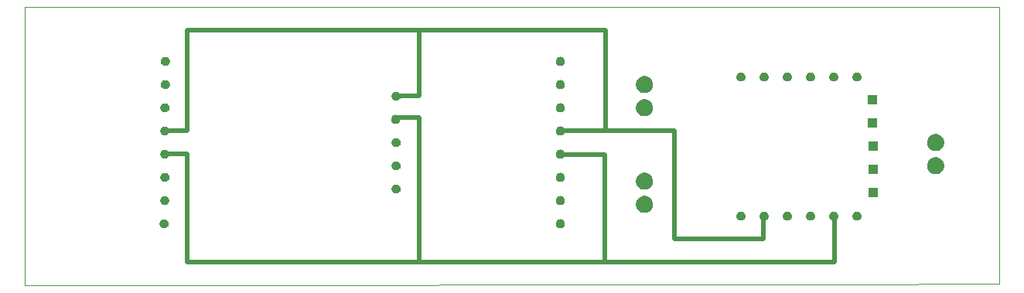
<source format=gtl>
G75*
G71*
%OFA0B0*%
%FSLAX23Y23*%
%IPPOS*%
%LPD*%
%ADD10C,0.1*%
%ADD11C,0.508*%
%LPD*%D10*
X0Y0D02*
X0Y100D01*
X0Y200D01*
X0Y300D01*
X0Y400D01*
X0Y500D01*
X0Y600D01*
X0Y700D01*
X0Y799D01*
X0Y899D01*
X0Y999D01*
X0Y1099D01*
X0Y1199D01*
X0Y1299D01*
X0Y1399D01*
X0Y1499D01*
X0Y1599D01*
X0Y1699D01*
X0Y1799D01*
X0Y1899D01*
X0Y1999D01*
X0Y2099D01*
X0Y2199D01*
X0Y2298D01*
X0Y2398D01*
X0Y2498D01*
X0Y2598D01*
X0Y2698D01*
X0Y2798D01*
X0Y2898D01*
X0Y2998D01*
X0Y3098D01*
X0Y3198D01*
X0Y3298D01*
X0Y3398D01*
X0Y3498D01*
X0Y3598D01*
X0Y3698D01*
X0Y3797D01*
X0Y3897D01*
X0Y3997D01*
X0Y4097D01*
X0Y4197D01*
X0Y4297D01*
X0Y4397D01*
X0Y4497D01*
X0Y4597D01*
X0Y4697D01*
X0Y4797D01*
X0Y4897D01*
X0Y4997D01*
X0Y5097D01*
X0Y5197D01*
X0Y5296D01*
X0Y5396D01*
X0Y5496D01*
X0Y5596D01*
X0Y5696D01*
X0Y5796D01*
X0Y5896D01*
X0Y5996D01*
X0Y6096D01*
X0Y6196D01*
X0Y6296D01*
X0Y6396D01*
X0Y6496D01*
X0Y6596D01*
X0Y6696D01*
X0Y6796D01*
X0Y6895D01*
X0Y6995D01*
X0Y7095D01*
X0Y7195D01*
X0Y7295D01*
X0Y7395D01*
X0Y7495D01*
X0Y7595D01*
X0Y7695D01*
X0Y7795D01*
X0Y7895D01*
X0Y7995D01*
X0Y8095D01*
X0Y8195D01*
X0Y8295D01*
X0Y8394D01*
X0Y8494D01*
X0Y8594D01*
X0Y8694D01*
X0Y8794D01*
X0Y8894D01*
X0Y8994D01*
X0Y9094D01*
X0Y9194D01*
X0Y9294D01*
X0Y9394D01*
X0Y9494D01*
X0Y9594D01*
X0Y9694D01*
X0Y9794D01*
X0Y9893D01*
X0Y9993D01*
X0Y10093D01*
X0Y10193D01*
X0Y10293D01*
X0Y10393D01*
X0Y10493D01*
X0Y10593D01*
X0Y10693D01*
X0Y10793D01*
X0Y10893D01*
X0Y10993D01*
X0Y11093D01*
X0Y11193D01*
X0Y11293D01*
X0Y11392D01*
X0Y11492D01*
X0Y11592D01*
X0Y11692D01*
X0Y11792D01*
X0Y11892D01*
X0Y11992D01*
X0Y12092D01*
X0Y12192D01*
X0Y12292D01*
X0Y12392D01*
X0Y12492D01*
X0Y12592D01*
X0Y12692D01*
X0Y12792D01*
X0Y12891D01*
X0Y12991D01*
X0Y13091D01*
X0Y13191D01*
X0Y13291D01*
X0Y13391D01*
X0Y13491D01*
X0Y13591D01*
X0Y13691D01*
X0Y13791D01*
X0Y13891D01*
X0Y13991D01*
X0Y14091D01*
X0Y14191D01*
X0Y14291D01*
X0Y14391D01*
X0Y14490D01*
X0Y14590D01*
X0Y14690D01*
X0Y14790D01*
X0Y14890D01*
X0Y14990D01*
X0Y15090D01*
X0Y15190D01*
X0Y15290D01*
X0Y15390D01*
X0Y15490D01*
X0Y15590D01*
X0Y15690D01*
X0Y15790D01*
X0Y15890D01*
X0Y15989D01*
X0Y16089D01*
X0Y16189D01*
X0Y16289D01*
X0Y16389D01*
X0Y16489D01*
X0Y16589D01*
X0Y16689D01*
X0Y16789D01*
X0Y16889D01*
X0Y16989D01*
X0Y17089D01*
X0Y17189D01*
X0Y17289D01*
X0Y17389D01*
X0Y17488D01*
X0Y17588D01*
X0Y17688D01*
X0Y17788D01*
X0Y17888D01*
X0Y17988D01*
X0Y18088D01*
X0Y18188D01*
X0Y18288D01*
X0Y18388D01*
X0Y18488D01*
X0Y18588D01*
X0Y18688D01*
X0Y18788D01*
X0Y18888D01*
X0Y18987D01*
X0Y19087D01*
X0Y19187D01*
X0Y19287D01*
X0Y19387D01*
X0Y19487D01*
X0Y19587D01*
X0Y19687D01*
X0Y19787D01*
X0Y19887D01*
X0Y19987D01*
X0Y20087D01*
X0Y20187D01*
X0Y20287D01*
X0Y20387D01*
X0Y20486D01*
X0Y20586D01*
X0Y20686D01*
X0Y20786D01*
X0Y20886D01*
X0Y20986D01*
X0Y21086D01*
X0Y21186D01*
X0Y21286D01*
X0Y21386D01*
X0Y21486D01*
X0Y21586D01*
X0Y21686D01*
X0Y21786D01*
X0Y21886D01*
X0Y21985D01*
X0Y22085D01*
X0Y22185D01*
X0Y22285D01*
X0Y22385D01*
X0Y22485D01*
X0Y22585D01*
X0Y22685D01*
X0Y22785D01*
X0Y22885D01*
X0Y22985D01*
X0Y23085D01*
X0Y23185D01*
X0Y23285D01*
X0Y23385D01*
X0Y23485D01*
X0Y23584D01*
X0Y23684D01*
X0Y23784D01*
X0Y23884D01*
X0Y23984D01*
X0Y24084D01*
X0Y24184D01*
X0Y24284D01*
X0Y24384D01*
X0Y24484D01*
X0Y24584D01*
X0Y24684D01*
X0Y24784D01*
X0Y24884D01*
X0Y24984D01*
X0Y25083D01*
X0Y25183D01*
X0Y25283D01*
X0Y25383D01*
X0Y25483D01*
X0Y25583D01*
X0Y25683D01*
X0Y25783D01*
X0Y25883D01*
X0Y25983D01*
X0Y26083D01*
X0Y26183D01*
X0Y26283D01*
X0Y26383D01*
X0Y26483D01*
X0Y26582D01*
X0Y26682D01*
X0Y26782D01*
X0Y26882D01*
X0Y26982D01*
X0Y27082D01*
X0Y27182D01*
X0Y27282D01*
X0Y27382D01*
X0Y27482D01*
X0Y27582D01*
X0Y27682D01*
X0Y27782D01*
X0Y27882D01*
X0Y27982D01*
X0Y28082D01*
X0Y28181D01*
X0Y28281D01*
X0Y28381D01*
X0Y28481D01*
X0Y28581D01*
X0Y28681D01*
X0Y28781D01*
X0Y28881D01*
X0Y28981D01*
X0Y29081D01*
X0Y29181D01*
X0Y29281D01*
X0Y29381D01*
X0Y29481D01*
X0Y29581D01*
X0Y29680D01*
X0Y29780D01*
X0Y29880D01*
X0Y29980D01*
X0Y30080D01*
X0Y30180D01*
X0Y30280D01*
X0Y30380D01*
X0Y30480D01*
X100Y30480D01*
X200Y30480D01*
X300Y30480D01*
X400Y30480D01*
X500Y30480D01*
X600Y30480D01*
X700Y30480D01*
X800Y30480D01*
X900Y30480D01*
X1000Y30480D01*
X1100Y30480D01*
X1200Y30480D01*
X1300Y30480D01*
X1400Y30480D01*
X1500Y30480D01*
X1600Y30480D01*
X1700Y30480D01*
X1800Y30480D01*
X1900Y30480D01*
X2000Y30480D01*
X2100Y30480D01*
X2200Y30480D01*
X2300Y30480D01*
X2400Y30480D01*
X2500Y30480D01*
X2599Y30480D01*
X2699Y30480D01*
X2799Y30480D01*
X2899Y30480D01*
X2999Y30480D01*
X3099Y30480D01*
X3199Y30480D01*
X3299Y30480D01*
X3399Y30480D01*
X3499Y30480D01*
X3599Y30480D01*
X3699Y30480D01*
X3799Y30480D01*
X3899Y30480D01*
X3999Y30480D01*
X4099Y30480D01*
X4199Y30480D01*
X4299Y30480D01*
X4399Y30480D01*
X4499Y30480D01*
X4599Y30480D01*
X4699Y30480D01*
X4799Y30480D01*
X4899Y30480D01*
X4999Y30480D01*
X5099Y30480D01*
X5199Y30480D01*
X5299Y30480D01*
X5399Y30480D01*
X5499Y30480D01*
X5599Y30480D01*
X5699Y30480D01*
X5799Y30480D01*
X5899Y30480D01*
X5999Y30480D01*
X6099Y30480D01*
X6199Y30480D01*
X6299Y30480D01*
X6399Y30480D01*
X6499Y30480D01*
X6599Y30480D01*
X6699Y30480D01*
X6799Y30480D01*
X6899Y30480D01*
X6999Y30480D01*
X7099Y30480D01*
X7199Y30480D01*
X7299Y30480D01*
X7399Y30480D01*
X7499Y30480D01*
X7599Y30480D01*
X7699Y30480D01*
X7798Y30480D01*
X7898Y30480D01*
X7998Y30480D01*
X8098Y30480D01*
X8198Y30480D01*
X8298Y30480D01*
X8398Y30480D01*
X8498Y30480D01*
X8598Y30480D01*
X8698Y30480D01*
X8798Y30480D01*
X8898Y30480D01*
X8998Y30480D01*
X9098Y30480D01*
X9198Y30480D01*
X9298Y30480D01*
X9398Y30480D01*
X9498Y30480D01*
X9598Y30480D01*
X9698Y30480D01*
X9798Y30480D01*
X9898Y30480D01*
X9998Y30480D01*
X10098Y30480D01*
X10198Y30480D01*
X10298Y30480D01*
X10398Y30480D01*
X10498Y30480D01*
X10598Y30480D01*
X10698Y30480D01*
X10798Y30480D01*
X10898Y30480D01*
X10998Y30480D01*
X11098Y30480D01*
X11198Y30480D01*
X11298Y30480D01*
X11398Y30480D01*
X11498Y30480D01*
X11598Y30480D01*
X11698Y30480D01*
X11798Y30480D01*
X11898Y30480D01*
X11998Y30480D01*
X12098Y30480D01*
X12198Y30480D01*
X12298Y30480D01*
X12398Y30480D01*
X12498Y30480D01*
X12598Y30480D01*
X12698Y30480D01*
X12798Y30480D01*
X12898Y30480D01*
X12998Y30480D01*
X13097Y30480D01*
X13197Y30480D01*
X13297Y30480D01*
X13397Y30480D01*
X13497Y30480D01*
X13597Y30480D01*
X13697Y30480D01*
X13797Y30480D01*
X13897Y30480D01*
X13997Y30480D01*
X14097Y30480D01*
X14197Y30480D01*
X14297Y30480D01*
X14397Y30480D01*
X14497Y30480D01*
X14597Y30480D01*
X14697Y30480D01*
X14797Y30480D01*
X14897Y30480D01*
X14997Y30480D01*
X15097Y30480D01*
X15197Y30480D01*
X15297Y30480D01*
X15397Y30480D01*
X15497Y30480D01*
X15597Y30480D01*
X15697Y30480D01*
X15797Y30480D01*
X15897Y30480D01*
X15997Y30480D01*
X16097Y30480D01*
X16197Y30480D01*
X16297Y30480D01*
X16397Y30480D01*
X16497Y30480D01*
X16597Y30480D01*
X16697Y30480D01*
X16797Y30480D01*
X16897Y30480D01*
X16997Y30480D01*
X17097Y30480D01*
X17197Y30480D01*
X17297Y30480D01*
X17397Y30480D01*
X17497Y30480D01*
X17597Y30480D01*
X17697Y30480D01*
X17797Y30480D01*
X17897Y30480D01*
X17997Y30480D01*
X18097Y30480D01*
X18196Y30480D01*
X18296Y30480D01*
X18396Y30480D01*
X18496Y30480D01*
X18596Y30480D01*
X18696Y30480D01*
X18796Y30480D01*
X18896Y30480D01*
X18996Y30480D01*
X19096Y30480D01*
X19196Y30480D01*
X19296Y30480D01*
X19396Y30480D01*
X19496Y30480D01*
X19596Y30480D01*
X19696Y30480D01*
X19796Y30480D01*
X19896Y30480D01*
X19996Y30480D01*
X20096Y30480D01*
X20196Y30480D01*
X20296Y30480D01*
X20396Y30480D01*
X20496Y30480D01*
X20596Y30480D01*
X20696Y30480D01*
X20796Y30480D01*
X20896Y30480D01*
X20996Y30480D01*
X21096Y30480D01*
X21196Y30480D01*
X21296Y30480D01*
X21396Y30480D01*
X21496Y30480D01*
X21596Y30480D01*
X21696Y30480D01*
X21796Y30480D01*
X21896Y30480D01*
X21996Y30480D01*
X22096Y30480D01*
X22196Y30480D01*
X22296Y30480D01*
X22396Y30480D01*
X22496Y30480D01*
X22596Y30480D01*
X22696Y30480D01*
X22796Y30480D01*
X22896Y30480D01*
X22996Y30480D01*
X23096Y30480D01*
X23196Y30480D01*
X23296Y30480D01*
X23395Y30480D01*
X23495Y30480D01*
X23595Y30480D01*
X23695Y30480D01*
X23795Y30480D01*
X23895Y30480D01*
X23995Y30480D01*
X24095Y30480D01*
X24195Y30480D01*
X24295Y30480D01*
X24395Y30480D01*
X24495Y30480D01*
X24595Y30480D01*
X24695Y30480D01*
X24795Y30480D01*
X24895Y30480D01*
X24995Y30480D01*
X25095Y30480D01*
X25195Y30480D01*
X25295Y30480D01*
X25395Y30480D01*
X25495Y30480D01*
X25595Y30480D01*
X25695Y30480D01*
X25795Y30480D01*
X25895Y30480D01*
X25995Y30480D01*
X26095Y30480D01*
X26195Y30480D01*
X26295Y30480D01*
X26395Y30480D01*
X26495Y30480D01*
X26595Y30480D01*
X26695Y30480D01*
X26795Y30480D01*
X26895Y30480D01*
X26995Y30480D01*
X27095Y30480D01*
X27195Y30480D01*
X27295Y30480D01*
X27395Y30480D01*
X27495Y30480D01*
X27595Y30480D01*
X27695Y30480D01*
X27795Y30480D01*
X27895Y30480D01*
X27995Y30480D01*
X28095Y30480D01*
X28195Y30480D01*
X28295Y30480D01*
X28395Y30480D01*
X28495Y30480D01*
X28594Y30480D01*
X28694Y30480D01*
X28794Y30480D01*
X28894Y30480D01*
X28994Y30480D01*
X29094Y30480D01*
X29194Y30480D01*
X29294Y30480D01*
X29394Y30480D01*
X29494Y30480D01*
X29594Y30480D01*
X29694Y30480D01*
X29794Y30480D01*
X29894Y30480D01*
X29994Y30480D01*
X30094Y30480D01*
X30194Y30480D01*
X30294Y30480D01*
X30394Y30480D01*
X30494Y30480D01*
X30594Y30480D01*
X30694Y30480D01*
X30794Y30480D01*
X30894Y30480D01*
X30994Y30480D01*
X31094Y30480D01*
X31194Y30480D01*
X31294Y30480D01*
X31394Y30480D01*
X31494Y30480D01*
X31594Y30480D01*
X31694Y30480D01*
X31794Y30480D01*
X31894Y30480D01*
X31994Y30480D01*
X32094Y30480D01*
X32194Y30480D01*
X32294Y30480D01*
X32394Y30480D01*
X32494Y30480D01*
X32594Y30480D01*
X32694Y30480D01*
X32794Y30480D01*
X32894Y30480D01*
X32994Y30480D01*
X33094Y30480D01*
X33194Y30480D01*
X33294Y30480D01*
X33394Y30480D01*
X33494Y30480D01*
X33594Y30480D01*
X33694Y30480D01*
X33793Y30480D01*
X33893Y30480D01*
X33993Y30480D01*
X34093Y30480D01*
X34193Y30480D01*
X34293Y30480D01*
X34393Y30480D01*
X34493Y30480D01*
X34593Y30480D01*
X34693Y30480D01*
X34793Y30480D01*
X34893Y30480D01*
X34993Y30480D01*
X35093Y30480D01*
X35193Y30480D01*
X35293Y30480D01*
X35393Y30480D01*
X35493Y30480D01*
X35593Y30480D01*
X35693Y30480D01*
X35793Y30480D01*
X35893Y30480D01*
X35993Y30480D01*
X36093Y30480D01*
X36193Y30480D01*
X36293Y30480D01*
X36393Y30480D01*
X36493Y30480D01*
X36593Y30480D01*
X36693Y30480D01*
X36793Y30480D01*
X36893Y30480D01*
X36993Y30480D01*
X37093Y30480D01*
X37193Y30480D01*
X37293Y30480D01*
X37393Y30480D01*
X37493Y30480D01*
X37593Y30480D01*
X37693Y30480D01*
X37793Y30480D01*
X37893Y30480D01*
X37993Y30480D01*
X38093Y30480D01*
X38193Y30480D01*
X38293Y30480D01*
X38393Y30480D01*
X38493Y30480D01*
X38593Y30480D01*
X38693Y30480D01*
X38793Y30480D01*
X38893Y30480D01*
X38992Y30480D01*
X39092Y30480D01*
X39192Y30480D01*
X39292Y30480D01*
X39392Y30480D01*
X39492Y30480D01*
X39592Y30480D01*
X39692Y30480D01*
X39792Y30480D01*
X39892Y30480D01*
X39992Y30480D01*
X40092Y30480D01*
X40192Y30480D01*
X40292Y30480D01*
X40392Y30480D01*
X40492Y30480D01*
X40592Y30480D01*
X40692Y30480D01*
X40792Y30480D01*
X40892Y30480D01*
X40992Y30480D01*
X41092Y30480D01*
X41192Y30480D01*
X41292Y30480D01*
X41392Y30480D01*
X41492Y30480D01*
X41592Y30480D01*
X41692Y30480D01*
X41792Y30480D01*
X41892Y30480D01*
X41992Y30480D01*
X42092Y30480D01*
X42192Y30480D01*
X42292Y30480D01*
X42392Y30480D01*
X42492Y30480D01*
X42592Y30480D01*
X42692Y30480D01*
X42792Y30480D01*
X42892Y30480D01*
X42992Y30480D01*
X43092Y30480D01*
X43192Y30480D01*
X43292Y30480D01*
X43392Y30480D01*
X43492Y30480D01*
X43592Y30480D01*
X43692Y30480D01*
X43792Y30480D01*
X43892Y30480D01*
X43992Y30480D01*
X44092Y30480D01*
X44192Y30480D01*
X44291Y30480D01*
X44391Y30480D01*
X44491Y30480D01*
X44591Y30480D01*
X44691Y30480D01*
X44791Y30480D01*
X44891Y30480D01*
X44991Y30480D01*
X45091Y30480D01*
X45191Y30480D01*
X45291Y30480D01*
X45391Y30480D01*
X45491Y30480D01*
X45591Y30480D01*
X45691Y30480D01*
X45791Y30480D01*
X45891Y30480D01*
X45991Y30480D01*
X46091Y30480D01*
X46191Y30480D01*
X46291Y30480D01*
X46391Y30480D01*
X46491Y30480D01*
X46591Y30480D01*
X46691Y30480D01*
X46791Y30480D01*
X46891Y30480D01*
X46991Y30480D01*
X47091Y30480D01*
X47191Y30480D01*
X47291Y30480D01*
X47391Y30480D01*
X47491Y30480D01*
X47591Y30480D01*
X47691Y30480D01*
X47791Y30480D01*
X47891Y30480D01*
X47991Y30480D01*
X48091Y30480D01*
X48191Y30480D01*
X48291Y30480D01*
X48391Y30480D01*
X48491Y30480D01*
X48591Y30480D01*
X48691Y30480D01*
X48791Y30480D01*
X48891Y30480D01*
X48991Y30480D01*
X49091Y30480D01*
X49191Y30480D01*
X49291Y30480D01*
X49391Y30480D01*
X49491Y30480D01*
X49590Y30480D01*
X49690Y30480D01*
X49790Y30480D01*
X49890Y30480D01*
X49990Y30480D01*
X50090Y30480D01*
X50190Y30480D01*
X50290Y30480D01*
X50390Y30480D01*
X50490Y30480D01*
X50590Y30480D01*
X50690Y30480D01*
X50790Y30480D01*
X50890Y30480D01*
X50990Y30480D01*
X51090Y30480D01*
X51190Y30480D01*
X51290Y30480D01*
X51390Y30480D01*
X51490Y30480D01*
X51590Y30480D01*
X51690Y30480D01*
X51790Y30480D01*
X51890Y30480D01*
X51990Y30480D01*
X52090Y30480D01*
X52190Y30480D01*
X52290Y30480D01*
X52390Y30480D01*
X52490Y30480D01*
X52590Y30480D01*
X52690Y30480D01*
X52790Y30480D01*
X52890Y30480D01*
X52990Y30480D01*
X53090Y30480D01*
X53190Y30480D01*
X53290Y30480D01*
X53390Y30480D01*
X53490Y30480D01*
X53590Y30480D01*
X53690Y30480D01*
X53790Y30480D01*
X53890Y30480D01*
X53990Y30480D01*
X54090Y30480D01*
X54190Y30480D01*
X54290Y30480D01*
X54390Y30480D01*
X54490Y30480D01*
X54590Y30480D01*
X54690Y30480D01*
X54789Y30480D01*
X54889Y30480D01*
X54989Y30480D01*
X55089Y30480D01*
X55189Y30480D01*
X55289Y30480D01*
X55389Y30480D01*
X55489Y30480D01*
X55589Y30480D01*
X55689Y30480D01*
X55789Y30480D01*
X55889Y30480D01*
X55989Y30480D01*
X56089Y30480D01*
X56189Y30480D01*
X56289Y30480D01*
X56389Y30480D01*
X56489Y30480D01*
X56589Y30480D01*
X56689Y30480D01*
X56789Y30480D01*
X56889Y30480D01*
X56989Y30480D01*
X57089Y30480D01*
X57189Y30480D01*
X57289Y30480D01*
X57389Y30480D01*
X57489Y30480D01*
X57589Y30480D01*
X57689Y30480D01*
X57789Y30480D01*
X57889Y30480D01*
X57989Y30480D01*
X58089Y30480D01*
X58189Y30480D01*
X58289Y30480D01*
X58389Y30480D01*
X58489Y30480D01*
X58589Y30480D01*
X58689Y30480D01*
X58789Y30480D01*
X58889Y30480D01*
X58989Y30480D01*
X59089Y30480D01*
X59189Y30480D01*
X59289Y30480D01*
X59389Y30480D01*
X59489Y30480D01*
X59589Y30480D01*
X59689Y30480D01*
X59789Y30480D01*
X59889Y30480D01*
X59988Y30480D01*
X60088Y30480D01*
X60188Y30480D01*
X60288Y30480D01*
X60388Y30480D01*
X60488Y30480D01*
X60588Y30480D01*
X60688Y30480D01*
X60788Y30480D01*
X60888Y30480D01*
X60988Y30480D01*
X61088Y30480D01*
X61188Y30480D01*
X61288Y30480D01*
X61388Y30480D01*
X61488Y30480D01*
X61588Y30480D01*
X61688Y30480D01*
X61788Y30480D01*
X61888Y30480D01*
X61988Y30480D01*
X62088Y30480D01*
X62188Y30480D01*
X62288Y30480D01*
X62388Y30480D01*
X62488Y30480D01*
X62588Y30480D01*
X62688Y30480D01*
X62788Y30480D01*
X62888Y30480D01*
X62988Y30480D01*
X63088Y30480D01*
X63188Y30480D01*
X63288Y30480D01*
X63388Y30480D01*
X63488Y30480D01*
X63588Y30480D01*
X63688Y30480D01*
X63788Y30480D01*
X63888Y30480D01*
X63988Y30480D01*
X64088Y30480D01*
X64188Y30480D01*
X64288Y30480D01*
X64388Y30480D01*
X64488Y30480D01*
X64588Y30480D01*
X64688Y30480D01*
X64788Y30480D01*
X64888Y30480D01*
X64988Y30480D01*
X65088Y30480D01*
X65188Y30480D01*
X65288Y30480D01*
X65387Y30480D01*
X65487Y30480D01*
X65587Y30480D01*
X65687Y30480D01*
X65787Y30480D01*
X65887Y30480D01*
X65987Y30480D01*
X66087Y30480D01*
X66187Y30480D01*
X66287Y30480D01*
X66387Y30480D01*
X66487Y30480D01*
X66587Y30480D01*
X66687Y30480D01*
X66787Y30480D01*
X66887Y30480D01*
X66987Y30480D01*
X67087Y30480D01*
X67187Y30480D01*
X67287Y30480D01*
X67387Y30480D01*
X67487Y30480D01*
X67587Y30480D01*
X67687Y30480D01*
X67787Y30480D01*
X67887Y30480D01*
X67987Y30480D01*
X68087Y30480D01*
X68187Y30480D01*
X68287Y30480D01*
X68387Y30480D01*
X68487Y30480D01*
X68587Y30480D01*
X68687Y30480D01*
X68787Y30480D01*
X68887Y30480D01*
X68987Y30480D01*
X69087Y30480D01*
X69187Y30480D01*
X69287Y30480D01*
X69387Y30480D01*
X69487Y30480D01*
X69587Y30480D01*
X69687Y30480D01*
X69787Y30480D01*
X69887Y30480D01*
X69987Y30480D01*
X70087Y30480D01*
X70187Y30480D01*
X70287Y30480D01*
X70387Y30480D01*
X70487Y30480D01*
X70587Y30480D01*
X70686Y30480D01*
X70786Y30480D01*
X70886Y30480D01*
X70986Y30480D01*
X71086Y30480D01*
X71186Y30480D01*
X71286Y30480D01*
X71386Y30480D01*
X71486Y30480D01*
X71586Y30480D01*
X71686Y30480D01*
X71786Y30480D01*
X71886Y30480D01*
X71986Y30480D01*
X72086Y30480D01*
X72186Y30480D01*
X72286Y30480D01*
X72386Y30480D01*
X72486Y30480D01*
X72586Y30480D01*
X72686Y30480D01*
X72786Y30480D01*
X72886Y30480D01*
X72986Y30480D01*
X73086Y30480D01*
X73186Y30480D01*
X73286Y30480D01*
X73386Y30480D01*
X73486Y30480D01*
X73586Y30480D01*
X73686Y30480D01*
X73786Y30480D01*
X73886Y30480D01*
X73986Y30480D01*
X74086Y30480D01*
X74186Y30480D01*
X74286Y30480D01*
X74386Y30480D01*
X74486Y30480D01*
X74586Y30480D01*
X74686Y30480D01*
X74786Y30480D01*
X74886Y30480D01*
X74986Y30480D01*
X75086Y30480D01*
X75186Y30480D01*
X75286Y30480D01*
X75386Y30480D01*
X75486Y30480D01*
X75586Y30480D01*
X75686Y30480D01*
X75786Y30480D01*
X75886Y30480D01*
X75985Y30480D01*
X76085Y30480D01*
X76185Y30480D01*
X76285Y30480D01*
X76385Y30480D01*
X76485Y30480D01*
X76585Y30480D01*
X76685Y30480D01*
X76785Y30480D01*
X76885Y30480D01*
X76985Y30480D01*
X77085Y30480D01*
X77185Y30480D01*
X77285Y30480D01*
X77385Y30480D01*
X77485Y30480D01*
X77585Y30480D01*
X77685Y30480D01*
X77785Y30480D01*
X77885Y30480D01*
X77985Y30480D01*
X78085Y30480D01*
X78185Y30480D01*
X78285Y30480D01*
X78385Y30480D01*
X78485Y30480D01*
X78585Y30480D01*
X78685Y30480D01*
X78785Y30480D01*
X78885Y30480D01*
X78985Y30480D01*
X79085Y30480D01*
X79185Y30480D01*
X79285Y30480D01*
X79385Y30480D01*
X79485Y30480D01*
X79585Y30480D01*
X79685Y30480D01*
X79785Y30480D01*
X79885Y30480D01*
X79985Y30480D01*
X80085Y30480D01*
X80185Y30480D01*
X80285Y30480D01*
X80385Y30480D01*
X80485Y30480D01*
X80585Y30480D01*
X80685Y30480D01*
X80785Y30480D01*
X80885Y30480D01*
X80985Y30480D01*
X81085Y30480D01*
X81185Y30480D01*
X81284Y30480D01*
X81384Y30480D01*
X81484Y30480D01*
X81584Y30480D01*
X81684Y30480D01*
X81784Y30480D01*
X81884Y30480D01*
X81984Y30480D01*
X82084Y30480D01*
X82184Y30480D01*
X82284Y30480D01*
X82384Y30480D01*
X82484Y30480D01*
X82584Y30480D01*
X82684Y30480D01*
X82784Y30480D01*
X82884Y30480D01*
X82984Y30480D01*
X83084Y30480D01*
X83184Y30480D01*
X83284Y30480D01*
X83384Y30480D01*
X83484Y30480D01*
X83584Y30480D01*
X83684Y30480D01*
X83784Y30480D01*
X83884Y30480D01*
X83984Y30480D01*
X84084Y30480D01*
X84184Y30480D01*
X84284Y30480D01*
X84384Y30480D01*
X84484Y30480D01*
X84584Y30480D01*
X84684Y30480D01*
X84784Y30480D01*
X84884Y30480D01*
X84984Y30480D01*
X85084Y30480D01*
X85184Y30480D01*
X85284Y30480D01*
X85384Y30480D01*
X85484Y30480D01*
X85584Y30480D01*
X85684Y30480D01*
X85784Y30480D01*
X85884Y30480D01*
X85984Y30480D01*
X86084Y30480D01*
X86184Y30480D01*
X86284Y30480D01*
X86384Y30480D01*
X86484Y30480D01*
X86583Y30480D01*
X86683Y30480D01*
X86783Y30480D01*
X86883Y30480D01*
X86983Y30480D01*
X87083Y30480D01*
X87183Y30480D01*
X87283Y30480D01*
X87383Y30480D01*
X87483Y30480D01*
X87583Y30480D01*
X87683Y30480D01*
X87783Y30480D01*
X87883Y30480D01*
X87983Y30480D01*
X88083Y30480D01*
X88183Y30480D01*
X88283Y30480D01*
X88383Y30480D01*
X88483Y30480D01*
X88583Y30480D01*
X88683Y30480D01*
X88783Y30480D01*
X88883Y30480D01*
X88983Y30480D01*
X89083Y30480D01*
X89183Y30480D01*
X89283Y30480D01*
X89383Y30480D01*
X89483Y30480D01*
X89583Y30480D01*
X89683Y30480D01*
X89783Y30480D01*
X89883Y30480D01*
X89983Y30480D01*
X90083Y30480D01*
X90183Y30480D01*
X90283Y30480D01*
X90383Y30480D01*
X90483Y30480D01*
X90583Y30480D01*
X90683Y30480D01*
X90783Y30480D01*
X90883Y30480D01*
X90983Y30480D01*
X91083Y30480D01*
X91183Y30480D01*
X91283Y30480D01*
X91383Y30480D01*
X91483Y30480D01*
X91583Y30480D01*
X91683Y30480D01*
X91783Y30480D01*
X91883Y30480D01*
X91983Y30480D01*
X92082Y30480D01*
X92182Y30480D01*
X92282Y30480D01*
X92382Y30480D01*
X92482Y30480D01*
X92582Y30480D01*
X92682Y30480D01*
X92782Y30480D01*
X92882Y30480D01*
X92982Y30480D01*
X93082Y30480D01*
X93182Y30480D01*
X93282Y30480D01*
X93382Y30480D01*
X93482Y30480D01*
X93582Y30480D01*
X93682Y30480D01*
X93782Y30480D01*
X93882Y30480D01*
X93982Y30480D01*
X94082Y30480D01*
X94182Y30480D01*
X94282Y30480D01*
X94382Y30480D01*
X94482Y30480D01*
X94582Y30480D01*
X94682Y30480D01*
X94782Y30480D01*
X94882Y30480D01*
X94982Y30480D01*
X95082Y30480D01*
X95182Y30480D01*
X95282Y30480D01*
X95382Y30480D01*
X95482Y30480D01*
X95582Y30480D01*
X95682Y30480D01*
X95782Y30480D01*
X95882Y30480D01*
X95982Y30480D01*
X96082Y30480D01*
X96182Y30480D01*
X96282Y30480D01*
X96382Y30480D01*
X96482Y30480D01*
X96582Y30480D01*
X96682Y30480D01*
X96782Y30480D01*
X96882Y30480D01*
X96982Y30480D01*
X97082Y30480D01*
X97182Y30480D01*
X97282Y30480D01*
X97382Y30480D01*
X97482Y30480D01*
X97581Y30480D01*
X97681Y30480D01*
X97781Y30480D01*
X97881Y30480D01*
X97981Y30480D01*
X98081Y30480D01*
X98181Y30480D01*
X98281Y30480D01*
X98381Y30480D01*
X98481Y30480D01*
X98581Y30480D01*
X98681Y30480D01*
X98781Y30480D01*
X98881Y30480D01*
X98981Y30480D01*
X99081Y30480D01*
X99181Y30480D01*
X99281Y30480D01*
X99381Y30480D01*
X99481Y30480D01*
X99581Y30480D01*
X99681Y30480D01*
X99781Y30480D01*
X99881Y30480D01*
X99981Y30480D01*
X100081Y30480D01*
X100181Y30480D01*
X100281Y30480D01*
X100381Y30480D01*
X100481Y30480D01*
X100581Y30480D01*
X100681Y30480D01*
X100781Y30480D01*
X100881Y30480D01*
X100981Y30480D01*
X101081Y30480D01*
X101181Y30480D01*
X101281Y30480D01*
X101381Y30480D01*
X101481Y30480D01*
X101581Y30480D01*
X101681Y30480D01*
X101781Y30480D01*
X101881Y30480D01*
X101981Y30480D01*
X102081Y30480D01*
X102181Y30480D01*
X102281Y30480D01*
X102381Y30480D01*
X102481Y30480D01*
X102581Y30480D01*
X102681Y30480D01*
X102781Y30480D01*
X102881Y30480D01*
X102981Y30480D01*
X103081Y30480D01*
X103181Y30480D01*
X103280Y30480D01*
X103380Y30480D01*
X103480Y30480D01*
X103580Y30480D01*
X103680Y30480D01*
X103780Y30480D01*
X103880Y30480D01*
X103980Y30480D01*
X104080Y30480D01*
X104180Y30480D01*
X104280Y30480D01*
X104380Y30480D01*
X104480Y30480D01*
X104580Y30480D01*
X104680Y30480D01*
X104780Y30480D01*
X104880Y30480D01*
X104980Y30480D01*
X105080Y30480D01*
X105180Y30480D01*
X105280Y30480D01*
X105380Y30480D01*
X105480Y30480D01*
X105580Y30480D01*
X105680Y30480D01*
X105780Y30480D01*
X105880Y30480D01*
X105980Y30480D01*
X106080Y30480D01*
X106180Y30480D01*
X106280Y30480D01*
X106380Y30480D01*
X106480Y30480D01*
X106580Y30480D01*
X106680Y30480D01*
X106680Y30380D01*
X106680Y30281D01*
X106680Y30181D01*
X106680Y30081D01*
X106680Y29982D01*
X106680Y29882D01*
X106680Y29782D01*
X106680Y29682D01*
X106680Y29583D01*
X106680Y29483D01*
X106680Y29383D01*
X106680Y29284D01*
X106680Y29184D01*
X106680Y29084D01*
X106680Y28985D01*
X106680Y28885D01*
X106680Y28785D01*
X106680Y28686D01*
X106680Y28586D01*
X106680Y28486D01*
X106680Y28386D01*
X106680Y28287D01*
X106680Y28187D01*
X106680Y28087D01*
X106680Y27988D01*
X106680Y27888D01*
X106680Y27788D01*
X106680Y27689D01*
X106680Y27589D01*
X106680Y27489D01*
X106680Y27389D01*
X106680Y27290D01*
X106680Y27190D01*
X106680Y27090D01*
X106680Y26991D01*
X106680Y26891D01*
X106680Y26791D01*
X106680Y26692D01*
X106680Y26592D01*
X106680Y26492D01*
X106680Y26393D01*
X106680Y26293D01*
X106680Y26193D01*
X106680Y26093D01*
X106680Y25994D01*
X106680Y25894D01*
X106680Y25794D01*
X106680Y25695D01*
X106680Y25595D01*
X106680Y25495D01*
X106680Y25396D01*
X106680Y25296D01*
X106680Y25196D01*
X106680Y25097D01*
X106680Y24997D01*
X106680Y24897D01*
X106680Y24797D01*
X106680Y24698D01*
X106680Y24598D01*
X106680Y24498D01*
X106680Y24399D01*
X106680Y24299D01*
X106680Y24199D01*
X106680Y24100D01*
X106680Y24000D01*
X106680Y23900D01*
X106680Y23800D01*
X106680Y23701D01*
X106680Y23601D01*
X106680Y23501D01*
X106680Y23402D01*
X106680Y23302D01*
X106680Y23202D01*
X106680Y23103D01*
X106680Y23003D01*
X106680Y22903D01*
X106680Y22804D01*
X106680Y22704D01*
X106680Y22604D01*
X106680Y22504D01*
X106680Y22405D01*
X106680Y22305D01*
X106680Y22205D01*
X106680Y22106D01*
X106680Y22006D01*
X106680Y21906D01*
X106680Y21807D01*
X106680Y21707D01*
X106680Y21607D01*
X106680Y21508D01*
X106680Y21408D01*
X106680Y21308D01*
X106680Y21208D01*
X106680Y21109D01*
X106680Y21009D01*
X106680Y20909D01*
X106680Y20810D01*
X106680Y20710D01*
X106680Y20610D01*
X106680Y20511D01*
X106680Y20411D01*
X106680Y20311D01*
X106680Y20212D01*
X106680Y20112D01*
X106680Y20012D01*
X106680Y19912D01*
X106680Y19813D01*
X106680Y19713D01*
X106680Y19613D01*
X106680Y19514D01*
X106680Y19414D01*
X106680Y19314D01*
X106680Y19215D01*
X106680Y19115D01*
X106680Y19015D01*
X106680Y18915D01*
X106680Y18816D01*
X106680Y18716D01*
X106680Y18616D01*
X106680Y18517D01*
X106680Y18417D01*
X106680Y18317D01*
X106680Y18218D01*
X106680Y18118D01*
X106680Y18018D01*
X106680Y17919D01*
X106680Y17819D01*
X106680Y17719D01*
X106680Y17619D01*
X106680Y17520D01*
X106680Y17420D01*
X106680Y17320D01*
X106680Y17221D01*
X106680Y17121D01*
X106680Y17021D01*
X106680Y16922D01*
X106680Y16822D01*
X106680Y16722D01*
X106680Y16623D01*
X106680Y16523D01*
X106680Y16423D01*
X106680Y16323D01*
X106680Y16224D01*
X106680Y16124D01*
X106680Y16024D01*
X106680Y15925D01*
X106680Y15825D01*
X106680Y15725D01*
X106680Y15626D01*
X106680Y15526D01*
X106680Y15426D01*
X106680Y15326D01*
X106680Y15227D01*
X106680Y15127D01*
X106680Y15027D01*
X106680Y14928D01*
X106680Y14828D01*
X106680Y14728D01*
X106680Y14629D01*
X106680Y14529D01*
X106680Y14429D01*
X106680Y14330D01*
X106680Y14230D01*
X106680Y14130D01*
X106680Y14030D01*
X106680Y13931D01*
X106680Y13831D01*
X106680Y13731D01*
X106680Y13632D01*
X106680Y13532D01*
X106680Y13432D01*
X106680Y13333D01*
X106680Y13233D01*
X106680Y13133D01*
X106680Y13033D01*
X106680Y12934D01*
X106680Y12834D01*
X106680Y12734D01*
X106680Y12635D01*
X106680Y12535D01*
X106680Y12435D01*
X106680Y12336D01*
X106680Y12236D01*
X106680Y12136D01*
X106680Y12037D01*
X106680Y11937D01*
X106680Y11837D01*
X106680Y11737D01*
X106680Y11638D01*
X106680Y11538D01*
X106680Y11438D01*
X106680Y11339D01*
X106680Y11239D01*
X106680Y11139D01*
X106680Y11040D01*
X106680Y10940D01*
X106680Y10840D01*
X106680Y10741D01*
X106680Y10641D01*
X106680Y10541D01*
X106680Y10441D01*
X106680Y10342D01*
X106680Y10242D01*
X106680Y10142D01*
X106680Y10043D01*
X106680Y9943D01*
X106680Y9843D01*
X106680Y9744D01*
X106680Y9644D01*
X106680Y9544D01*
X106680Y9444D01*
X106680Y9345D01*
X106680Y9245D01*
X106680Y9145D01*
X106680Y9046D01*
X106680Y8946D01*
X106680Y8846D01*
X106680Y8747D01*
X106680Y8647D01*
X106680Y8547D01*
X106680Y8448D01*
X106680Y8348D01*
X106680Y8248D01*
X106680Y8148D01*
X106680Y8049D01*
X106680Y7949D01*
X106680Y7849D01*
X106680Y7750D01*
X106680Y7650D01*
X106680Y7550D01*
X106680Y7451D01*
X106680Y7351D01*
X106680Y7251D01*
X106680Y7152D01*
X106680Y7052D01*
X106680Y6952D01*
X106680Y6852D01*
X106680Y6753D01*
X106680Y6653D01*
X106680Y6553D01*
X106680Y6454D01*
X106680Y6354D01*
X106680Y6254D01*
X106680Y6155D01*
X106680Y6055D01*
X106680Y5955D01*
X106680Y5855D01*
X106680Y5756D01*
X106680Y5656D01*
X106680Y5556D01*
X106680Y5457D01*
X106680Y5357D01*
X106680Y5257D01*
X106680Y5158D01*
X106680Y5058D01*
X106680Y4958D01*
X106680Y4859D01*
X106680Y4759D01*
X106680Y4659D01*
X106680Y4559D01*
X106680Y4460D01*
X106680Y4360D01*
X106680Y4260D01*
X106680Y4161D01*
X106680Y4061D01*
X106680Y3961D01*
X106680Y3862D01*
X106680Y3762D01*
X106680Y3662D01*
X106680Y3563D01*
X106680Y3463D01*
X106680Y3363D01*
X106680Y3263D01*
X106680Y3164D01*
X106680Y3064D01*
X106680Y2964D01*
X106680Y2865D01*
X106680Y2765D01*
X106680Y2665D01*
X106680Y2566D01*
X106680Y2466D01*
X106680Y2366D01*
X106680Y2266D01*
X106680Y2167D01*
X106680Y2067D01*
X106680Y1967D01*
X106680Y1868D01*
X106680Y1768D01*
X106680Y1668D01*
X106680Y1569D01*
X106680Y1469D01*
X106680Y1369D01*
X106680Y1270D01*
X106680Y1170D01*
X106680Y1070D01*
X106680Y970D01*
X106680Y871D01*
X106680Y771D01*
X106680Y671D01*
X106680Y572D01*
X106680Y472D01*
X106680Y372D01*
X106680Y273D01*
X106680Y173D01*
X106580Y173D01*
X106480Y172D01*
X106380Y172D01*
X106280Y172D01*
X106180Y172D01*
X106080Y172D01*
X105980Y172D01*
X105880Y172D01*
X105780Y171D01*
X105680Y171D01*
X105580Y171D01*
X105480Y171D01*
X105380Y171D01*
X105280Y171D01*
X105180Y170D01*
X105080Y170D01*
X104980Y170D01*
X104880Y170D01*
X104780Y170D01*
X104680Y170D01*
X104580Y169D01*
X104480Y169D01*
X104380Y169D01*
X104280Y169D01*
X104180Y169D01*
X104081Y169D01*
X103981Y168D01*
X103881Y168D01*
X103781Y168D01*
X103681Y168D01*
X103581Y168D01*
X103481Y168D01*
X103381Y167D01*
X103281Y167D01*
X103181Y167D01*
X103081Y167D01*
X102981Y167D01*
X102881Y167D01*
X102781Y167D01*
X102681Y166D01*
X102581Y166D01*
X102481Y166D01*
X102381Y166D01*
X102281Y166D01*
X102181Y166D01*
X102081Y165D01*
X101981Y165D01*
X101881Y165D01*
X101781Y165D01*
X101681Y165D01*
X101581Y165D01*
X101481Y164D01*
X101381Y164D01*
X101281Y164D01*
X101181Y164D01*
X101081Y164D01*
X100981Y164D01*
X100881Y163D01*
X100781Y163D01*
X100681Y163D01*
X100581Y163D01*
X100481Y163D01*
X100381Y163D01*
X100281Y162D01*
X100181Y162D01*
X100081Y162D01*
X99981Y162D01*
X99881Y162D01*
X99781Y162D01*
X99681Y161D01*
X99581Y161D01*
X99481Y161D01*
X99381Y161D01*
X99281Y161D01*
X99181Y161D01*
X99081Y161D01*
X98981Y160D01*
X98882Y160D01*
X98782Y160D01*
X98682Y160D01*
X98582Y160D01*
X98482Y160D01*
X98382Y159D01*
X98282Y159D01*
X98182Y159D01*
X98082Y159D01*
X97982Y159D01*
X97882Y159D01*
X97782Y158D01*
X97682Y158D01*
X97582Y158D01*
X97482Y158D01*
X97382Y158D01*
X97282Y158D01*
X97182Y157D01*
X97082Y157D01*
X96982Y157D01*
X96882Y157D01*
X96782Y157D01*
X96682Y157D01*
X96582Y156D01*
X96482Y156D01*
X96382Y156D01*
X96282Y156D01*
X96182Y156D01*
X96082Y156D01*
X95982Y155D01*
X95882Y155D01*
X95782Y155D01*
X95682Y155D01*
X95582Y155D01*
X95482Y155D01*
X95382Y155D01*
X95282Y154D01*
X95182Y154D01*
X95082Y154D01*
X94982Y154D01*
X94882Y154D01*
X94782Y154D01*
X94682Y153D01*
X94582Y153D01*
X94482Y153D01*
X94382Y153D01*
X94282Y153D01*
X94182Y153D01*
X94082Y152D01*
X93982Y152D01*
X93882Y152D01*
X93782Y152D01*
X93682Y152D01*
X93583Y152D01*
X93483Y151D01*
X93383Y151D01*
X93283Y151D01*
X93183Y151D01*
X93083Y151D01*
X92983Y151D01*
X92883Y150D01*
X92783Y150D01*
X92683Y150D01*
X92583Y150D01*
X92483Y150D01*
X92383Y150D01*
X92283Y149D01*
X92183Y149D01*
X92083Y149D01*
X91983Y149D01*
X91883Y149D01*
X91783Y149D01*
X91683Y149D01*
X91583Y148D01*
X91483Y148D01*
X91383Y148D01*
X91283Y148D01*
X91183Y148D01*
X91083Y148D01*
X90983Y147D01*
X90883Y147D01*
X90783Y147D01*
X90683Y147D01*
X90583Y147D01*
X90483Y147D01*
X90383Y146D01*
X90283Y146D01*
X90183Y146D01*
X90083Y146D01*
X89983Y146D01*
X89883Y146D01*
X89783Y145D01*
X89683Y145D01*
X89583Y145D01*
X89483Y145D01*
X89383Y145D01*
X89283Y145D01*
X89183Y144D01*
X89083Y144D01*
X88983Y144D01*
X88883Y144D01*
X88783Y144D01*
X88683Y144D01*
X88583Y144D01*
X88484Y143D01*
X88384Y143D01*
X88284Y143D01*
X88184Y143D01*
X88084Y143D01*
X87984Y143D01*
X87884Y142D01*
X87784Y142D01*
X87684Y142D01*
X87584Y142D01*
X87484Y142D01*
X87384Y142D01*
X87284Y141D01*
X87184Y141D01*
X87084Y141D01*
X86984Y141D01*
X86884Y141D01*
X86784Y141D01*
X86684Y140D01*
X86584Y140D01*
X86484Y140D01*
X86384Y140D01*
X86284Y140D01*
X86184Y140D01*
X86084Y139D01*
X85984Y139D01*
X85884Y139D01*
X85784Y139D01*
X85684Y139D01*
X85584Y139D01*
X85484Y138D01*
X85384Y138D01*
X85284Y138D01*
X85184Y138D01*
X85084Y138D01*
X84984Y138D01*
X84884Y138D01*
X84784Y137D01*
X84684Y137D01*
X84584Y137D01*
X84484Y137D01*
X84384Y137D01*
X84284Y137D01*
X84184Y136D01*
X84084Y136D01*
X83984Y136D01*
X83884Y136D01*
X83784Y136D01*
X83684Y136D01*
X83584Y135D01*
X83484Y135D01*
X83384Y135D01*
X83285Y135D01*
X83185Y135D01*
X83085Y135D01*
X82985Y134D01*
X82885Y134D01*
X82785Y134D01*
X82685Y134D01*
X82585Y134D01*
X82485Y134D01*
X82385Y133D01*
X82285Y133D01*
X82185Y133D01*
X82085Y133D01*
X81985Y133D01*
X81885Y133D01*
X81785Y132D01*
X81685Y132D01*
X81585Y132D01*
X81485Y132D01*
X81385Y132D01*
X81285Y132D01*
X81185Y132D01*
X81085Y131D01*
X80985Y131D01*
X80885Y131D01*
X80785Y131D01*
X80685Y131D01*
X80585Y131D01*
X80485Y130D01*
X80385Y130D01*
X80285Y130D01*
X80185Y130D01*
X80085Y130D01*
X79985Y130D01*
X79885Y129D01*
X79785Y129D01*
X79685Y129D01*
X79585Y129D01*
X79485Y129D01*
X79385Y129D01*
X79285Y128D01*
X79185Y128D01*
X79085Y128D01*
X78985Y128D01*
X78885Y128D01*
X78785Y128D01*
X78685Y127D01*
X78585Y127D01*
X78485Y127D01*
X78385Y127D01*
X78285Y127D01*
X78185Y127D01*
X78086Y126D01*
X77986Y126D01*
X77886Y126D01*
X77786Y126D01*
X77686Y126D01*
X77586Y126D01*
X77486Y126D01*
X77386Y125D01*
X77286Y125D01*
X77186Y125D01*
X77086Y125D01*
X76986Y125D01*
X76886Y125D01*
X76786Y124D01*
X76686Y124D01*
X76586Y124D01*
X76486Y124D01*
X76386Y124D01*
X76286Y124D01*
X76186Y123D01*
X76086Y123D01*
X75986Y123D01*
X75886Y123D01*
X75786Y123D01*
X75686Y123D01*
X75586Y122D01*
X75486Y122D01*
X75386Y122D01*
X75286Y122D01*
X75186Y122D01*
X75086Y122D01*
X74986Y121D01*
X74886Y121D01*
X74786Y121D01*
X74686Y121D01*
X74586Y121D01*
X74486Y121D01*
X74386Y121D01*
X74286Y120D01*
X74186Y120D01*
X74086Y120D01*
X73986Y120D01*
X73886Y120D01*
X73786Y120D01*
X73686Y119D01*
X73586Y119D01*
X73486Y119D01*
X73386Y119D01*
X73286Y119D01*
X73186Y119D01*
X73086Y118D01*
X72986Y118D01*
X72887Y118D01*
X72787Y118D01*
X72687Y118D01*
X72587Y118D01*
X72487Y117D01*
X72387Y117D01*
X72287Y117D01*
X72187Y117D01*
X72087Y117D01*
X71987Y117D01*
X71887Y116D01*
X71787Y116D01*
X71687Y116D01*
X71587Y116D01*
X71487Y116D01*
X71387Y116D01*
X71287Y115D01*
X71187Y115D01*
X71087Y115D01*
X70987Y115D01*
X70887Y115D01*
X70787Y115D01*
X70687Y115D01*
X70587Y114D01*
X70487Y114D01*
X70387Y114D01*
X70287Y114D01*
X70187Y114D01*
X70087Y114D01*
X69987Y113D01*
X69887Y113D01*
X69787Y113D01*
X69687Y113D01*
X69587Y113D01*
X69487Y113D01*
X69387Y112D01*
X69287Y112D01*
X69187Y112D01*
X69087Y112D01*
X68987Y112D01*
X68887Y112D01*
X68787Y111D01*
X68687Y111D01*
X68587Y111D01*
X68487Y111D01*
X68387Y111D01*
X68287Y111D01*
X68187Y110D01*
X68087Y110D01*
X67987Y110D01*
X67887Y110D01*
X67787Y110D01*
X67688Y110D01*
X67588Y109D01*
X67488Y109D01*
X67388Y109D01*
X67288Y109D01*
X67188Y109D01*
X67088Y109D01*
X66988Y109D01*
X66888Y108D01*
X66788Y108D01*
X66688Y108D01*
X66588Y108D01*
X66488Y108D01*
X66388Y108D01*
X66288Y107D01*
X66188Y107D01*
X66088Y107D01*
X65988Y107D01*
X65888Y107D01*
X65788Y107D01*
X65688Y106D01*
X65588Y106D01*
X65488Y106D01*
X65388Y106D01*
X65288Y106D01*
X65188Y106D01*
X65088Y105D01*
X64988Y105D01*
X64888Y105D01*
X64788Y105D01*
X64688Y105D01*
X64588Y105D01*
X64488Y104D01*
X64388Y104D01*
X64288Y104D01*
X64188Y104D01*
X64088Y104D01*
X63988Y104D01*
X63888Y103D01*
X63788Y103D01*
X63688Y103D01*
X63588Y103D01*
X63488Y103D01*
X63388Y103D01*
X63288Y103D01*
X63188Y102D01*
X63088Y102D01*
X62988Y102D01*
X62888Y102D01*
X62788Y102D01*
X62688Y102D01*
X62588Y101D01*
X62488Y101D01*
X62389Y101D01*
X62289Y101D01*
X62189Y101D01*
X62089Y101D01*
X61989Y100D01*
X61889Y100D01*
X61789Y100D01*
X61689Y100D01*
X61589Y100D01*
X61489Y100D01*
X61389Y99D01*
X61289Y99D01*
X61189Y99D01*
X61089Y99D01*
X60989Y99D01*
X60889Y99D01*
X60789Y98D01*
X60689Y98D01*
X60589Y98D01*
X60489Y98D01*
X60389Y98D01*
X60289Y98D01*
X60189Y98D01*
X60089Y97D01*
X59989Y97D01*
X59889Y97D01*
X59789Y97D01*
X59689Y97D01*
X59589Y97D01*
X59489Y96D01*
X59389Y96D01*
X59289Y96D01*
X59189Y96D01*
X59089Y96D01*
X58989Y96D01*
X58889Y95D01*
X58789Y95D01*
X58689Y95D01*
X58589Y95D01*
X58489Y95D01*
X58389Y95D01*
X58289Y94D01*
X58189Y94D01*
X58089Y94D01*
X57989Y94D01*
X57889Y94D01*
X57789Y94D01*
X57689Y93D01*
X57589Y93D01*
X57489Y93D01*
X57389Y93D01*
X57289Y93D01*
X57189Y93D01*
X57090Y92D01*
X56990Y92D01*
X56890Y92D01*
X56790Y92D01*
X56690Y92D01*
X56590Y92D01*
X56490Y92D01*
X56390Y91D01*
X56290Y91D01*
X56190Y91D01*
X56090Y91D01*
X55990Y91D01*
X55890Y91D01*
X55790Y90D01*
X55690Y90D01*
X55590Y90D01*
X55490Y90D01*
X55390Y90D01*
X55290Y90D01*
X55190Y89D01*
X55090Y89D01*
X54990Y89D01*
X54890Y89D01*
X54790Y89D01*
X54690Y89D01*
X54590Y88D01*
X54490Y88D01*
X54390Y88D01*
X54290Y88D01*
X54190Y88D01*
X54090Y88D01*
X53990Y87D01*
X53890Y87D01*
X53790Y87D01*
X53690Y87D01*
X53590Y87D01*
X53490Y87D01*
X53390Y86D01*
X53290Y86D01*
X53190Y86D01*
X53090Y86D01*
X52990Y86D01*
X52890Y86D01*
X52790Y86D01*
X52690Y85D01*
X52590Y85D01*
X52490Y85D01*
X52390Y85D01*
X52290Y85D01*
X52190Y85D01*
X52090Y84D01*
X51990Y84D01*
X51891Y84D01*
X51791Y84D01*
X51691Y84D01*
X51591Y84D01*
X51491Y83D01*
X51391Y83D01*
X51291Y83D01*
X51191Y83D01*
X51091Y83D01*
X50991Y83D01*
X50891Y82D01*
X50791Y82D01*
X50691Y82D01*
X50591Y82D01*
X50491Y82D01*
X50391Y82D01*
X50291Y81D01*
X50191Y81D01*
X50091Y81D01*
X49991Y81D01*
X49891Y81D01*
X49791Y81D01*
X49691Y80D01*
X49591Y80D01*
X49491Y80D01*
X49391Y80D01*
X49291Y80D01*
X49191Y80D01*
X49091Y80D01*
X48991Y79D01*
X48891Y79D01*
X48791Y79D01*
X48691Y79D01*
X48591Y79D01*
X48491Y79D01*
X48391Y78D01*
X48291Y78D01*
X48191Y78D01*
X48091Y78D01*
X47991Y78D01*
X47891Y78D01*
X47791Y77D01*
X47691Y77D01*
X47591Y77D01*
X47491Y77D01*
X47391Y77D01*
X47291Y77D01*
X47191Y76D01*
X47091Y76D01*
X46991Y76D01*
X46891Y76D01*
X46791Y76D01*
X46692Y76D01*
X46592Y75D01*
X46492Y75D01*
X46392Y75D01*
X46292Y75D01*
X46192Y75D01*
X46092Y75D01*
X45992Y75D01*
X45892Y74D01*
X45792Y74D01*
X45692Y74D01*
X45592Y74D01*
X45492Y74D01*
X45392Y74D01*
X45292Y73D01*
X45192Y73D01*
X45092Y73D01*
X44992Y73D01*
X44892Y73D01*
X44792Y73D01*
X44692Y72D01*
X44592Y72D01*
X44492Y72D01*
X44392Y72D01*
X44292Y72D01*
X44192Y72D01*
X44092Y71D01*
X43992Y71D01*
X43892Y71D01*
X43792Y71D01*
X43692Y71D01*
X43592Y71D01*
X43492Y70D01*
X43392Y70D01*
X43292Y70D01*
X43192Y70D01*
X43092Y70D01*
X42992Y70D01*
X42892Y69D01*
X42792Y69D01*
X42692Y69D01*
X42592Y69D01*
X42492Y69D01*
X42392Y69D01*
X42292Y69D01*
X42192Y68D01*
X42092Y68D01*
X41992Y68D01*
X41892Y68D01*
X41792Y68D01*
X41692Y68D01*
X41592Y67D01*
X41492Y67D01*
X41392Y67D01*
X41293Y67D01*
X41193Y67D01*
X41093Y67D01*
X40993Y66D01*
X40893Y66D01*
X40793Y66D01*
X40693Y66D01*
X40593Y66D01*
X40493Y66D01*
X40393Y65D01*
X40293Y65D01*
X40193Y65D01*
X40093Y65D01*
X39993Y65D01*
X39893Y65D01*
X39793Y64D01*
X39693Y64D01*
X39593Y64D01*
X39493Y64D01*
X39393Y64D01*
X39293Y64D01*
X39193Y63D01*
X39093Y63D01*
X38993Y63D01*
X38893Y63D01*
X38793Y63D01*
X38693Y63D01*
X38593Y63D01*
X38493Y62D01*
X38393Y62D01*
X38293Y62D01*
X38193Y62D01*
X38093Y62D01*
X37993Y62D01*
X37893Y61D01*
X37793Y61D01*
X37693Y61D01*
X37593Y61D01*
X37493Y61D01*
X37393Y61D01*
X37293Y60D01*
X37193Y60D01*
X37093Y60D01*
X36993Y60D01*
X36893Y60D01*
X36793Y60D01*
X36693Y59D01*
X36593Y59D01*
X36493Y59D01*
X36393Y59D01*
X36293Y59D01*
X36193Y59D01*
X36093Y58D01*
X35994Y58D01*
X35894Y58D01*
X35794Y58D01*
X35694Y58D01*
X35594Y58D01*
X35494Y57D01*
X35394Y57D01*
X35294Y57D01*
X35194Y57D01*
X35094Y57D01*
X34994Y57D01*
X34894Y57D01*
X34794Y56D01*
X34694Y56D01*
X34594Y56D01*
X34494Y56D01*
X34394Y56D01*
X34294Y56D01*
X34194Y55D01*
X34094Y55D01*
X33994Y55D01*
X33894Y55D01*
X33794Y55D01*
X33694Y55D01*
X33594Y54D01*
X33494Y54D01*
X33394Y54D01*
X33294Y54D01*
X33194Y54D01*
X33094Y54D01*
X32994Y53D01*
X32894Y53D01*
X32794Y53D01*
X32694Y53D01*
X32594Y53D01*
X32494Y53D01*
X32394Y52D01*
X32294Y52D01*
X32194Y52D01*
X32094Y52D01*
X31994Y52D01*
X31894Y52D01*
X31794Y52D01*
X31694Y51D01*
X31594Y51D01*
X31494Y51D01*
X31394Y51D01*
X31294Y51D01*
X31194Y51D01*
X31094Y50D01*
X30994Y50D01*
X30894Y50D01*
X30794Y50D01*
X30695Y50D01*
X30595Y50D01*
X30495Y49D01*
X30395Y49D01*
X30295Y49D01*
X30195Y49D01*
X30095Y49D01*
X29995Y49D01*
X29895Y48D01*
X29795Y48D01*
X29695Y48D01*
X29595Y48D01*
X29495Y48D01*
X29395Y48D01*
X29295Y47D01*
X29195Y47D01*
X29095Y47D01*
X28995Y47D01*
X28895Y47D01*
X28795Y47D01*
X28695Y46D01*
X28595Y46D01*
X28495Y46D01*
X28395Y46D01*
X28295Y46D01*
X28195Y46D01*
X28095Y46D01*
X27995Y45D01*
X27895Y45D01*
X27795Y45D01*
X27695Y45D01*
X27595Y45D01*
X27495Y45D01*
X27395Y44D01*
X27295Y44D01*
X27195Y44D01*
X27095Y44D01*
X26995Y44D01*
X26895Y44D01*
X26795Y43D01*
X26695Y43D01*
X26595Y43D01*
X26495Y43D01*
X26395Y43D01*
X26295Y43D01*
X26195Y42D01*
X26095Y42D01*
X25995Y42D01*
X25895Y42D01*
X25795Y42D01*
X25695Y42D01*
X25595Y41D01*
X25495Y41D01*
X25396Y41D01*
X25296Y41D01*
X25196Y41D01*
X25096Y41D01*
X24996Y40D01*
X24896Y40D01*
X24796Y40D01*
X24696Y40D01*
X24596Y40D01*
X24496Y40D01*
X24396Y40D01*
X24296Y39D01*
X24196Y39D01*
X24096Y39D01*
X23996Y39D01*
X23896Y39D01*
X23796Y39D01*
X23696Y38D01*
X23596Y38D01*
X23496Y38D01*
X23396Y38D01*
X23296Y38D01*
X23196Y38D01*
X23096Y37D01*
X22996Y37D01*
X22896Y37D01*
X22796Y37D01*
X22696Y37D01*
X22596Y37D01*
X22496Y36D01*
X22396Y36D01*
X22296Y36D01*
X22196Y36D01*
X22096Y36D01*
X21996Y36D01*
X21896Y35D01*
X21796Y35D01*
X21696Y35D01*
X21596Y35D01*
X21496Y35D01*
X21396Y35D01*
X21296Y34D01*
X21196Y34D01*
X21096Y34D01*
X20996Y34D01*
X20896Y34D01*
X20796Y34D01*
X20696Y34D01*
X20596Y33D01*
X20496Y33D01*
X20396Y33D01*
X20296Y33D01*
X20196Y33D01*
X20097Y33D01*
X19997Y32D01*
X19897Y32D01*
X19797Y32D01*
X19697Y32D01*
X19597Y32D01*
X19497Y32D01*
X19397Y31D01*
X19297Y31D01*
X19197Y31D01*
X19097Y31D01*
X18997Y31D01*
X18897Y31D01*
X18797Y30D01*
X18697Y30D01*
X18597Y30D01*
X18497Y30D01*
X18397Y30D01*
X18297Y30D01*
X18197Y29D01*
X18097Y29D01*
X17997Y29D01*
X17897Y29D01*
X17797Y29D01*
X17697Y29D01*
X17597Y29D01*
X17497Y28D01*
X17397Y28D01*
X17297Y28D01*
X17197Y28D01*
X17097Y28D01*
X16997Y28D01*
X16897Y27D01*
X16797Y27D01*
X16697Y27D01*
X16597Y27D01*
X16497Y27D01*
X16397Y27D01*
X16297Y26D01*
X16197Y26D01*
X16097Y26D01*
X15997Y26D01*
X15897Y26D01*
X15797Y26D01*
X15697Y25D01*
X15597Y25D01*
X15497Y25D01*
X15397Y25D01*
X15297Y25D01*
X15197Y25D01*
X15097Y24D01*
X14997Y24D01*
X14897Y24D01*
X14797Y24D01*
X14697Y24D01*
X14598Y24D01*
X14498Y23D01*
X14398Y23D01*
X14298Y23D01*
X14198Y23D01*
X14098Y23D01*
X13998Y23D01*
X13898Y23D01*
X13798Y22D01*
X13698Y22D01*
X13598Y22D01*
X13498Y22D01*
X13398Y22D01*
X13298Y22D01*
X13198Y21D01*
X13098Y21D01*
X12998Y21D01*
X12898Y21D01*
X12798Y21D01*
X12698Y21D01*
X12598Y20D01*
X12498Y20D01*
X12398Y20D01*
X12298Y20D01*
X12198Y20D01*
X12098Y20D01*
X11998Y19D01*
X11898Y19D01*
X11798Y19D01*
X11698Y19D01*
X11598Y19D01*
X11498Y19D01*
X11398Y18D01*
X11298Y18D01*
X11198Y18D01*
X11098Y18D01*
X10998Y18D01*
X10898Y18D01*
X10798Y17D01*
X10698Y17D01*
X10598Y17D01*
X10498Y17D01*
X10398Y17D01*
X10298Y17D01*
X10198Y17D01*
X10098Y16D01*
X9998Y16D01*
X9898Y16D01*
X9798Y16D01*
X9698Y16D01*
X9598Y16D01*
X9498Y15D01*
X9398Y15D01*
X9298Y15D01*
X9198Y15D01*
X9099Y15D01*
X8999Y15D01*
X8899Y14D01*
X8799Y14D01*
X8699Y14D01*
X8599Y14D01*
X8499Y14D01*
X8399Y14D01*
X8299Y13D01*
X8199Y13D01*
X8099Y13D01*
X7999Y13D01*
X7899Y13D01*
X7799Y13D01*
X7699Y12D01*
X7599Y12D01*
X7499Y12D01*
X7399Y12D01*
X7299Y12D01*
X7199Y12D01*
X7099Y12D01*
X6999Y11D01*
X6899Y11D01*
X6799Y11D01*
X6699Y11D01*
X6599Y11D01*
X6499Y11D01*
X6399Y10D01*
X6299Y10D01*
X6199Y10D01*
X6099Y10D01*
X5999Y10D01*
X5899Y10D01*
X5799Y9D01*
X5699Y9D01*
X5599Y9D01*
X5499Y9D01*
X5399Y9D01*
X5299Y9D01*
X5199Y8D01*
X5099Y8D01*
X4999Y8D01*
X4899Y8D01*
X4799Y8D01*
X4699Y8D01*
X4599Y7D01*
X4499Y7D01*
X4399Y7D01*
X4299Y7D01*
X4199Y7D01*
X4099Y7D01*
X3999Y6D01*
X3899Y6D01*
X3799Y6D01*
X3699Y6D01*
X3599Y6D01*
X3499Y6D01*
X3400Y6D01*
X3300Y5D01*
X3200Y5D01*
X3100Y5D01*
X3000Y5D01*
X2900Y5D01*
X2800Y5D01*
X2700Y4D01*
X2600Y4D01*
X2500Y4D01*
X2400Y4D01*
X2300Y4D01*
X2200Y4D01*
X2100Y3D01*
X2000Y3D01*
X1900Y3D01*
X1800Y3D01*
X1700Y3D01*
X1600Y3D01*
X1500Y2D01*
X1400Y2D01*
X1300Y2D01*
X1200Y2D01*
X1100Y2D01*
X1000Y2D01*
X900Y1D01*
X800Y1D01*
X700Y1D01*
X600Y1D01*
X500Y1D01*
X400Y1D01*
X300Y0D01*
X200Y0D01*
X100Y0D01*
X0Y0D01*
X0Y0D01*
D11*
X15316Y16949D02*
X15316Y16940D01*
D11*
X15316Y16949D02*
X17780Y16949D01*
D11*
X17780Y27940D02*
X17780Y16949D01*
D11*
X40640Y20750D02*
X43180Y20750D01*
D11*
X43180Y27940D02*
X43180Y20750D01*
D11*
X17780Y27940D02*
X43180Y27940D01*
D11*
X80818Y7620D02*
X80929Y7620D01*
D11*
X80818Y7620D02*
X80818Y5080D01*
D11*
X71120Y5080D02*
X80818Y5080D01*
D11*
X71120Y16940D02*
X71120Y5080D01*
D11*
X58624Y16940D02*
X71120Y16940D01*
D11*
X63536Y27940D02*
X63536Y16940D01*
D11*
X43180Y27940D02*
X63536Y27940D01*
D11*
X43180Y27940D02*
X43180Y27940D01*
D11*
X40640Y20750D02*
X40640Y20750D01*
D11*
X80929Y7620D02*
X80929Y7620D01*
D11*
X58624Y16940D02*
X58624Y16940D01*
D11*
X15316Y14400D02*
X17780Y14400D01*
D11*
X17780Y14400D02*
X17780Y2540D01*
D11*
X17780Y2540D02*
X43180Y2540D01*
D11*
X43180Y18383D02*
X43180Y2540D01*
D11*
X40599Y18383D02*
X43180Y18383D01*
D11*
X40599Y18383D02*
X40599Y18210D01*
D11*
X43180Y2540D02*
X63500Y2540D01*
D11*
X63500Y14329D02*
X63500Y2540D01*
D11*
X58624Y14329D02*
X63500Y14329D01*
D11*
X58624Y14400D02*
X58624Y14329D01*
D11*
X63500Y2540D02*
X88669Y2540D01*
D11*
X88669Y7620D02*
X88669Y2540D01*
D11*
X88549Y7620D02*
X88669Y7620D01*
D11*
X15316Y14400D02*
X15316Y14400D01*
D11*
X88549Y7620D02*
X88549Y7620D01*
G36*
X58124Y11860D02*
X58124Y11860D01*
X58133Y11958D01*
X58162Y12051D01*
X58208Y12138D01*
X58270Y12214D01*
X58346Y12276D01*
X58432Y12322D01*
X58526Y12350D01*
X58624Y12360D01*
X58624Y12360D01*
X58721Y12350D01*
X58815Y12322D01*
X58902Y12276D01*
X58977Y12214D01*
X59040Y12138D01*
X59086Y12051D01*
X59114Y11958D01*
X59124Y11860D01*
X59124Y11860D01*
X59114Y11762D01*
X59086Y11669D01*
X59040Y11582D01*
X58977Y11506D01*
X58902Y11444D01*
X58815Y11398D01*
X58721Y11369D01*
X58624Y11360D01*
X58624Y11360D01*
X58526Y11369D01*
X58432Y11398D01*
X58346Y11444D01*
X58270Y11506D01*
X58208Y11582D01*
X58162Y11669D01*
X58133Y11762D01*
X58124Y11860D01*
G37*
G36*
X58124Y9320D02*
X58124Y9320D01*
X58133Y9418D01*
X58162Y9511D01*
X58208Y9598D01*
X58270Y9674D01*
X58346Y9736D01*
X58432Y9782D01*
X58526Y9810D01*
X58624Y9820D01*
X58624Y9820D01*
X58721Y9810D01*
X58815Y9782D01*
X58902Y9736D01*
X58977Y9674D01*
X59040Y9598D01*
X59086Y9511D01*
X59114Y9418D01*
X59124Y9320D01*
X59124Y9320D01*
X59114Y9222D01*
X59086Y9129D01*
X59040Y9042D01*
X58977Y8966D01*
X58902Y8904D01*
X58815Y8858D01*
X58721Y8829D01*
X58624Y8820D01*
X58624Y8820D01*
X58526Y8829D01*
X58432Y8858D01*
X58346Y8904D01*
X58270Y8966D01*
X58208Y9042D01*
X58162Y9129D01*
X58133Y9222D01*
X58124Y9320D01*
G37*
G36*
X58124Y6780D02*
X58124Y6780D01*
X58133Y6878D01*
X58162Y6971D01*
X58208Y7058D01*
X58270Y7134D01*
X58346Y7196D01*
X58432Y7242D01*
X58526Y7270D01*
X58624Y7280D01*
X58624Y7280D01*
X58721Y7270D01*
X58815Y7242D01*
X58902Y7196D01*
X58977Y7134D01*
X59040Y7058D01*
X59086Y6971D01*
X59114Y6878D01*
X59124Y6780D01*
X59124Y6780D01*
X59114Y6682D01*
X59086Y6589D01*
X59040Y6502D01*
X58977Y6426D01*
X58902Y6364D01*
X58815Y6318D01*
X58721Y6289D01*
X58624Y6280D01*
X58624Y6280D01*
X58526Y6289D01*
X58432Y6318D01*
X58346Y6364D01*
X58270Y6426D01*
X58208Y6502D01*
X58162Y6589D01*
X58133Y6682D01*
X58124Y6780D01*
G37*
G36*
X58124Y24560D02*
X58124Y24560D01*
X58133Y24658D01*
X58162Y24751D01*
X58208Y24838D01*
X58270Y24914D01*
X58346Y24976D01*
X58432Y25022D01*
X58526Y25050D01*
X58624Y25060D01*
X58624Y25060D01*
X58721Y25050D01*
X58815Y25022D01*
X58902Y24976D01*
X58977Y24914D01*
X59040Y24838D01*
X59086Y24751D01*
X59114Y24658D01*
X59124Y24560D01*
X59124Y24560D01*
X59114Y24462D01*
X59086Y24369D01*
X59040Y24282D01*
X58977Y24206D01*
X58902Y24144D01*
X58815Y24098D01*
X58721Y24069D01*
X58624Y24060D01*
X58624Y24060D01*
X58526Y24069D01*
X58432Y24098D01*
X58346Y24144D01*
X58270Y24206D01*
X58208Y24282D01*
X58162Y24369D01*
X58133Y24462D01*
X58124Y24560D01*
G37*
G36*
X58124Y14400D02*
X58124Y14400D01*
X58133Y14498D01*
X58162Y14591D01*
X58208Y14678D01*
X58270Y14754D01*
X58346Y14816D01*
X58432Y14862D01*
X58526Y14890D01*
X58624Y14900D01*
X58624Y14900D01*
X58721Y14890D01*
X58815Y14862D01*
X58902Y14816D01*
X58977Y14754D01*
X59040Y14678D01*
X59086Y14591D01*
X59114Y14498D01*
X59124Y14400D01*
X59124Y14400D01*
X59114Y14302D01*
X59086Y14209D01*
X59040Y14122D01*
X58977Y14046D01*
X58902Y13984D01*
X58815Y13938D01*
X58721Y13909D01*
X58624Y13900D01*
X58624Y13900D01*
X58526Y13909D01*
X58432Y13938D01*
X58346Y13984D01*
X58270Y14046D01*
X58208Y14122D01*
X58162Y14209D01*
X58133Y14302D01*
X58124Y14400D01*
G37*
G36*
X58124Y22020D02*
X58124Y22020D01*
X58133Y22118D01*
X58162Y22211D01*
X58208Y22298D01*
X58270Y22374D01*
X58346Y22436D01*
X58432Y22482D01*
X58526Y22510D01*
X58624Y22520D01*
X58624Y22520D01*
X58721Y22510D01*
X58815Y22482D01*
X58902Y22436D01*
X58977Y22374D01*
X59040Y22298D01*
X59086Y22211D01*
X59114Y22118D01*
X59124Y22020D01*
X59124Y22020D01*
X59114Y21922D01*
X59086Y21829D01*
X59040Y21742D01*
X58977Y21666D01*
X58902Y21604D01*
X58815Y21558D01*
X58721Y21529D01*
X58624Y21520D01*
X58624Y21520D01*
X58526Y21529D01*
X58432Y21558D01*
X58346Y21604D01*
X58270Y21666D01*
X58208Y21742D01*
X58162Y21829D01*
X58133Y21922D01*
X58124Y22020D01*
G37*
G36*
X58124Y19480D02*
X58124Y19480D01*
X58133Y19578D01*
X58162Y19671D01*
X58208Y19758D01*
X58270Y19834D01*
X58346Y19896D01*
X58432Y19942D01*
X58526Y19970D01*
X58624Y19980D01*
X58624Y19980D01*
X58721Y19970D01*
X58815Y19942D01*
X58902Y19896D01*
X58977Y19834D01*
X59040Y19758D01*
X59086Y19671D01*
X59114Y19578D01*
X59124Y19480D01*
X59124Y19480D01*
X59114Y19382D01*
X59086Y19289D01*
X59040Y19202D01*
X58977Y19126D01*
X58902Y19064D01*
X58815Y19018D01*
X58721Y18989D01*
X58624Y18980D01*
X58624Y18980D01*
X58526Y18989D01*
X58432Y19018D01*
X58346Y19064D01*
X58270Y19126D01*
X58208Y19202D01*
X58162Y19289D01*
X58133Y19382D01*
X58124Y19480D01*
G37*
G36*
X58124Y16940D02*
X58124Y16940D01*
X58133Y17038D01*
X58162Y17131D01*
X58208Y17218D01*
X58270Y17294D01*
X58346Y17356D01*
X58432Y17402D01*
X58526Y17430D01*
X58624Y17440D01*
X58624Y17440D01*
X58721Y17430D01*
X58815Y17402D01*
X58902Y17356D01*
X58977Y17294D01*
X59040Y17218D01*
X59086Y17131D01*
X59114Y17038D01*
X59124Y16940D01*
X59124Y16940D01*
X59114Y16842D01*
X59086Y16749D01*
X59040Y16662D01*
X58977Y16586D01*
X58902Y16524D01*
X58815Y16478D01*
X58721Y16449D01*
X58624Y16440D01*
X58624Y16440D01*
X58526Y16449D01*
X58432Y16478D01*
X58346Y16524D01*
X58270Y16586D01*
X58208Y16662D01*
X58162Y16749D01*
X58133Y16842D01*
X58124Y16940D01*
G37*
G36*
X15334Y19980D02*
X15334Y19980D01*
X15431Y19970D01*
X15525Y19942D01*
X15611Y19896D01*
X15687Y19834D01*
X15749Y19758D01*
X15796Y19671D01*
X15824Y19578D01*
X15834Y19480D01*
X15834Y19480D01*
X15824Y19382D01*
X15796Y19289D01*
X15749Y19202D01*
X15687Y19126D01*
X15611Y19064D01*
X15525Y19018D01*
X15431Y18989D01*
X15334Y18980D01*
X15334Y18980D01*
X15236Y18989D01*
X15142Y19018D01*
X15056Y19064D01*
X14980Y19126D01*
X14918Y19202D01*
X14872Y19289D01*
X14843Y19382D01*
X14834Y19480D01*
X14834Y19480D01*
X14843Y19578D01*
X14872Y19671D01*
X14918Y19758D01*
X14980Y19834D01*
X15056Y19896D01*
X15142Y19942D01*
X15236Y19970D01*
X15334Y19980D01*
G37*
G36*
X15334Y12360D02*
X15334Y12360D01*
X15431Y12350D01*
X15525Y12322D01*
X15611Y12276D01*
X15687Y12214D01*
X15749Y12138D01*
X15796Y12051D01*
X15824Y11958D01*
X15834Y11860D01*
X15834Y11860D01*
X15824Y11762D01*
X15796Y11669D01*
X15749Y11582D01*
X15687Y11506D01*
X15611Y11444D01*
X15525Y11398D01*
X15431Y11369D01*
X15334Y11360D01*
X15334Y11360D01*
X15236Y11369D01*
X15142Y11398D01*
X15056Y11444D01*
X14980Y11506D01*
X14918Y11582D01*
X14872Y11669D01*
X14843Y11762D01*
X14834Y11860D01*
X14834Y11860D01*
X14843Y11958D01*
X14872Y12051D01*
X14918Y12138D01*
X14980Y12214D01*
X15056Y12276D01*
X15142Y12322D01*
X15236Y12350D01*
X15334Y12360D01*
G37*
G36*
X15316Y9820D02*
X15316Y9820D01*
X15414Y9810D01*
X15508Y9782D01*
X15594Y9736D01*
X15670Y9674D01*
X15732Y9598D01*
X15778Y9511D01*
X15807Y9418D01*
X15816Y9320D01*
X15816Y9320D01*
X15807Y9222D01*
X15778Y9129D01*
X15732Y9042D01*
X15670Y8966D01*
X15594Y8904D01*
X15508Y8858D01*
X15414Y8829D01*
X15316Y8820D01*
X15316Y8820D01*
X15219Y8829D01*
X15125Y8858D01*
X15039Y8904D01*
X14963Y8966D01*
X14901Y9042D01*
X14854Y9129D01*
X14826Y9222D01*
X14816Y9320D01*
X14816Y9320D01*
X14826Y9418D01*
X14854Y9511D01*
X14901Y9598D01*
X14963Y9674D01*
X15039Y9736D01*
X15125Y9782D01*
X15219Y9810D01*
X15316Y9820D01*
G37*
G36*
X15379Y25060D02*
X15379Y25060D01*
X15476Y25050D01*
X15570Y25022D01*
X15656Y24976D01*
X15732Y24914D01*
X15794Y24838D01*
X15841Y24751D01*
X15869Y24658D01*
X15879Y24560D01*
X15879Y24560D01*
X15869Y24462D01*
X15841Y24369D01*
X15794Y24282D01*
X15732Y24206D01*
X15656Y24144D01*
X15570Y24098D01*
X15476Y24069D01*
X15379Y24060D01*
X15379Y24060D01*
X15281Y24069D01*
X15187Y24098D01*
X15101Y24144D01*
X15025Y24206D01*
X14963Y24282D01*
X14917Y24369D01*
X14888Y24462D01*
X14879Y24560D01*
X14879Y24560D01*
X14888Y24658D01*
X14917Y24751D01*
X14963Y24838D01*
X15025Y24914D01*
X15101Y24976D01*
X15187Y25022D01*
X15281Y25050D01*
X15379Y25060D01*
G37*
G36*
X15316Y14900D02*
X15316Y14900D01*
X15414Y14890D01*
X15508Y14862D01*
X15594Y14816D01*
X15670Y14754D01*
X15732Y14678D01*
X15778Y14591D01*
X15807Y14498D01*
X15816Y14400D01*
X15816Y14400D01*
X15807Y14302D01*
X15778Y14209D01*
X15732Y14122D01*
X15670Y14046D01*
X15594Y13984D01*
X15508Y13938D01*
X15414Y13909D01*
X15316Y13900D01*
X15316Y13900D01*
X15219Y13909D01*
X15125Y13938D01*
X15039Y13984D01*
X14963Y14046D01*
X14901Y14122D01*
X14854Y14209D01*
X14826Y14302D01*
X14816Y14400D01*
X14816Y14400D01*
X14826Y14498D01*
X14854Y14591D01*
X14901Y14678D01*
X14963Y14754D01*
X15039Y14816D01*
X15125Y14862D01*
X15219Y14890D01*
X15316Y14900D01*
G37*
G36*
X15379Y22520D02*
X15379Y22520D01*
X15476Y22510D01*
X15570Y22482D01*
X15656Y22436D01*
X15732Y22374D01*
X15794Y22298D01*
X15841Y22211D01*
X15869Y22118D01*
X15879Y22020D01*
X15879Y22020D01*
X15869Y21922D01*
X15841Y21829D01*
X15794Y21742D01*
X15732Y21666D01*
X15656Y21604D01*
X15570Y21558D01*
X15476Y21529D01*
X15379Y21520D01*
X15379Y21520D01*
X15281Y21529D01*
X15187Y21558D01*
X15101Y21604D01*
X15025Y21666D01*
X14963Y21742D01*
X14917Y21829D01*
X14888Y21922D01*
X14879Y22020D01*
X14879Y22020D01*
X14888Y22118D01*
X14917Y22211D01*
X14963Y22298D01*
X15025Y22374D01*
X15101Y22436D01*
X15187Y22482D01*
X15281Y22510D01*
X15379Y22520D01*
G37*
G36*
X15316Y17440D02*
X15316Y17440D01*
X15414Y17430D01*
X15508Y17402D01*
X15594Y17356D01*
X15670Y17294D01*
X15732Y17218D01*
X15778Y17131D01*
X15807Y17038D01*
X15816Y16940D01*
X15816Y16940D01*
X15807Y16842D01*
X15778Y16749D01*
X15732Y16662D01*
X15670Y16586D01*
X15594Y16524D01*
X15508Y16478D01*
X15414Y16449D01*
X15316Y16440D01*
X15316Y16440D01*
X15219Y16449D01*
X15125Y16478D01*
X15039Y16524D01*
X14963Y16586D01*
X14901Y16662D01*
X14854Y16749D01*
X14826Y16842D01*
X14816Y16940D01*
X14816Y16940D01*
X14826Y17038D01*
X14854Y17131D01*
X14901Y17218D01*
X14963Y17294D01*
X15039Y17356D01*
X15125Y17402D01*
X15219Y17430D01*
X15316Y17440D01*
G37*
G36*
X15240Y7280D02*
X15240Y7280D01*
X15338Y7270D01*
X15431Y7242D01*
X15518Y7196D01*
X15594Y7134D01*
X15656Y7058D01*
X15702Y6971D01*
X15730Y6878D01*
X15740Y6780D01*
X15740Y6780D01*
X15730Y6682D01*
X15702Y6589D01*
X15656Y6502D01*
X15594Y6426D01*
X15518Y6364D01*
X15431Y6318D01*
X15338Y6289D01*
X15240Y6280D01*
X15240Y6280D01*
X15142Y6289D01*
X15049Y6318D01*
X14962Y6364D01*
X14886Y6426D01*
X14824Y6502D01*
X14778Y6589D01*
X14750Y6682D01*
X14740Y6780D01*
X14740Y6780D01*
X14750Y6878D01*
X14778Y6971D01*
X14824Y7058D01*
X14886Y7134D01*
X14962Y7196D01*
X15049Y7242D01*
X15142Y7270D01*
X15240Y7280D01*
G37*
G36*
X40140Y13130D02*
X40140Y13130D01*
X40150Y13228D01*
X40178Y13321D01*
X40224Y13408D01*
X40286Y13484D01*
X40362Y13546D01*
X40449Y13592D01*
X40542Y13620D01*
X40640Y13630D01*
X40640Y13630D01*
X40738Y13620D01*
X40831Y13592D01*
X40918Y13546D01*
X40994Y13484D01*
X41056Y13408D01*
X41102Y13321D01*
X41130Y13228D01*
X41140Y13130D01*
X41140Y13130D01*
X41130Y13032D01*
X41102Y12939D01*
X41056Y12852D01*
X40994Y12776D01*
X40918Y12714D01*
X40831Y12668D01*
X40738Y12639D01*
X40640Y12630D01*
X40640Y12630D01*
X40542Y12639D01*
X40449Y12668D01*
X40362Y12714D01*
X40286Y12776D01*
X40224Y12852D01*
X40178Y12939D01*
X40150Y13032D01*
X40140Y13130D01*
G37*
G36*
X40140Y10590D02*
X40140Y10590D01*
X40150Y10688D01*
X40178Y10781D01*
X40224Y10868D01*
X40286Y10944D01*
X40362Y11006D01*
X40449Y11052D01*
X40542Y11080D01*
X40640Y11090D01*
X40640Y11090D01*
X40738Y11080D01*
X40831Y11052D01*
X40918Y11006D01*
X40994Y10944D01*
X41056Y10868D01*
X41102Y10781D01*
X41130Y10688D01*
X41140Y10590D01*
X41140Y10590D01*
X41130Y10492D01*
X41102Y10399D01*
X41056Y10312D01*
X40994Y10236D01*
X40918Y10174D01*
X40831Y10128D01*
X40738Y10099D01*
X40640Y10090D01*
X40640Y10090D01*
X40542Y10099D01*
X40449Y10128D01*
X40362Y10174D01*
X40286Y10236D01*
X40224Y10312D01*
X40178Y10399D01*
X40150Y10492D01*
X40140Y10590D01*
G37*
G36*
X40099Y18210D02*
X40099Y18210D01*
X40109Y18308D01*
X40137Y18401D01*
X40183Y18488D01*
X40246Y18564D01*
X40321Y18626D01*
X40408Y18672D01*
X40502Y18700D01*
X40599Y18710D01*
X40599Y18710D01*
X40697Y18700D01*
X40791Y18672D01*
X40877Y18626D01*
X40953Y18564D01*
X41015Y18488D01*
X41061Y18401D01*
X41090Y18308D01*
X41099Y18210D01*
X41099Y18210D01*
X41090Y18112D01*
X41061Y18019D01*
X41015Y17932D01*
X40953Y17856D01*
X40877Y17794D01*
X40791Y17748D01*
X40697Y17719D01*
X40599Y17710D01*
X40599Y17710D01*
X40502Y17719D01*
X40408Y17748D01*
X40321Y17794D01*
X40246Y17856D01*
X40183Y17932D01*
X40137Y18019D01*
X40109Y18112D01*
X40099Y18210D01*
G37*
G36*
X40140Y20750D02*
X40140Y20750D01*
X40150Y20848D01*
X40178Y20941D01*
X40224Y21028D01*
X40286Y21104D01*
X40362Y21166D01*
X40449Y21212D01*
X40542Y21240D01*
X40640Y21250D01*
X40640Y21250D01*
X40738Y21240D01*
X40831Y21212D01*
X40918Y21166D01*
X40994Y21104D01*
X41056Y21028D01*
X41102Y20941D01*
X41130Y20848D01*
X41140Y20750D01*
X41140Y20750D01*
X41130Y20652D01*
X41102Y20559D01*
X41056Y20472D01*
X40994Y20396D01*
X40918Y20334D01*
X40831Y20288D01*
X40738Y20259D01*
X40640Y20250D01*
X40640Y20250D01*
X40542Y20259D01*
X40449Y20288D01*
X40362Y20334D01*
X40286Y20396D01*
X40224Y20472D01*
X40178Y20559D01*
X40150Y20652D01*
X40140Y20750D01*
G37*
G36*
X40140Y15670D02*
X40140Y15670D01*
X40150Y15768D01*
X40178Y15861D01*
X40224Y15948D01*
X40286Y16024D01*
X40362Y16086D01*
X40449Y16132D01*
X40542Y16160D01*
X40640Y16170D01*
X40640Y16170D01*
X40738Y16160D01*
X40831Y16132D01*
X40918Y16086D01*
X40994Y16024D01*
X41056Y15948D01*
X41102Y15861D01*
X41130Y15768D01*
X41140Y15670D01*
X41140Y15670D01*
X41130Y15572D01*
X41102Y15479D01*
X41056Y15392D01*
X40994Y15316D01*
X40918Y15254D01*
X40831Y15208D01*
X40738Y15179D01*
X40640Y15170D01*
X40640Y15170D01*
X40542Y15179D01*
X40449Y15208D01*
X40362Y15254D01*
X40286Y15316D01*
X40224Y15392D01*
X40178Y15479D01*
X40150Y15572D01*
X40140Y15670D01*
G37*
G36*
X92309Y19820D02*
X92309Y20820D01*
X93309Y20820D01*
X93309Y19820D01*
G37*
G36*
X90589Y7620D02*
X90589Y7620D01*
X90599Y7718D01*
X90627Y7811D01*
X90674Y7898D01*
X90736Y7974D01*
X90812Y8036D01*
X90898Y8082D01*
X90992Y8110D01*
X91089Y8120D01*
X91089Y8120D01*
X91187Y8110D01*
X91281Y8082D01*
X91367Y8036D01*
X91443Y7974D01*
X91505Y7898D01*
X91551Y7811D01*
X91580Y7718D01*
X91589Y7620D01*
X91589Y7620D01*
X91580Y7522D01*
X91551Y7429D01*
X91505Y7342D01*
X91443Y7266D01*
X91367Y7204D01*
X91281Y7158D01*
X91187Y7130D01*
X91089Y7120D01*
X91089Y7120D01*
X90992Y7130D01*
X90898Y7158D01*
X90812Y7204D01*
X90736Y7266D01*
X90674Y7342D01*
X90627Y7429D01*
X90599Y7522D01*
X90589Y7620D01*
G37*
G36*
X92382Y9660D02*
X92382Y10660D01*
X93382Y10660D01*
X93382Y9660D01*
G37*
G36*
X92345Y14740D02*
X92345Y15740D01*
X93345Y15740D01*
X93345Y14740D01*
G37*
G36*
X90589Y22860D02*
X90589Y22860D01*
X90599Y22958D01*
X90627Y23051D01*
X90674Y23138D01*
X90736Y23214D01*
X90812Y23276D01*
X90898Y23322D01*
X90992Y23350D01*
X91089Y23360D01*
X91089Y23360D01*
X91187Y23350D01*
X91281Y23322D01*
X91367Y23276D01*
X91443Y23214D01*
X91505Y23138D01*
X91551Y23051D01*
X91580Y22958D01*
X91589Y22860D01*
X91589Y22860D01*
X91580Y22762D01*
X91551Y22669D01*
X91505Y22582D01*
X91443Y22506D01*
X91367Y22444D01*
X91281Y22398D01*
X91187Y22370D01*
X91089Y22360D01*
X91089Y22360D01*
X90992Y22370D01*
X90898Y22398D01*
X90812Y22444D01*
X90736Y22506D01*
X90674Y22582D01*
X90627Y22669D01*
X90599Y22762D01*
X90589Y22860D01*
G37*
G36*
X77889Y22860D02*
X77889Y22860D01*
X77899Y22958D01*
X77927Y23051D01*
X77974Y23138D01*
X78036Y23214D01*
X78112Y23276D01*
X78198Y23322D01*
X78292Y23350D01*
X78389Y23360D01*
X78389Y23360D01*
X78487Y23350D01*
X78581Y23322D01*
X78667Y23276D01*
X78743Y23214D01*
X78805Y23138D01*
X78851Y23051D01*
X78880Y22958D01*
X78889Y22860D01*
X78889Y22860D01*
X78880Y22762D01*
X78851Y22669D01*
X78805Y22582D01*
X78743Y22506D01*
X78667Y22444D01*
X78581Y22398D01*
X78487Y22370D01*
X78389Y22360D01*
X78389Y22360D01*
X78292Y22370D01*
X78198Y22398D01*
X78112Y22444D01*
X78036Y22506D01*
X77974Y22582D01*
X77927Y22669D01*
X77899Y22762D01*
X77889Y22860D01*
G37*
G36*
X80429Y7620D02*
X80429Y7620D01*
X80439Y7718D01*
X80467Y7811D01*
X80514Y7898D01*
X80576Y7974D01*
X80652Y8036D01*
X80738Y8082D01*
X80832Y8110D01*
X80929Y8120D01*
X80929Y8120D01*
X81027Y8110D01*
X81121Y8082D01*
X81207Y8036D01*
X81283Y7974D01*
X81345Y7898D01*
X81391Y7811D01*
X81420Y7718D01*
X81429Y7620D01*
X81429Y7620D01*
X81420Y7522D01*
X81391Y7429D01*
X81345Y7342D01*
X81283Y7266D01*
X81207Y7204D01*
X81121Y7158D01*
X81027Y7130D01*
X80929Y7120D01*
X80929Y7120D01*
X80832Y7130D01*
X80738Y7158D01*
X80652Y7204D01*
X80576Y7266D01*
X80514Y7342D01*
X80467Y7429D01*
X80439Y7522D01*
X80429Y7620D01*
G37*
G36*
X88049Y7620D02*
X88049Y7620D01*
X88059Y7718D01*
X88087Y7811D01*
X88134Y7898D01*
X88196Y7974D01*
X88272Y8036D01*
X88358Y8082D01*
X88452Y8110D01*
X88549Y8120D01*
X88549Y8120D01*
X88647Y8110D01*
X88741Y8082D01*
X88827Y8036D01*
X88903Y7974D01*
X88965Y7898D01*
X89011Y7811D01*
X89040Y7718D01*
X89049Y7620D01*
X89049Y7620D01*
X89040Y7522D01*
X89011Y7429D01*
X88965Y7342D01*
X88903Y7266D01*
X88827Y7204D01*
X88741Y7158D01*
X88647Y7130D01*
X88549Y7120D01*
X88549Y7120D01*
X88452Y7130D01*
X88358Y7158D01*
X88272Y7204D01*
X88196Y7266D01*
X88134Y7342D01*
X88087Y7429D01*
X88059Y7522D01*
X88049Y7620D01*
G37*
G36*
X92345Y12200D02*
X92345Y13200D01*
X93345Y13200D01*
X93345Y12200D01*
G37*
G36*
X88049Y22860D02*
X88049Y22860D01*
X88059Y22958D01*
X88087Y23051D01*
X88134Y23138D01*
X88196Y23214D01*
X88272Y23276D01*
X88358Y23322D01*
X88452Y23350D01*
X88549Y23360D01*
X88549Y23360D01*
X88647Y23350D01*
X88741Y23322D01*
X88827Y23276D01*
X88903Y23214D01*
X88965Y23138D01*
X89011Y23051D01*
X89040Y22958D01*
X89049Y22860D01*
X89049Y22860D01*
X89040Y22762D01*
X89011Y22669D01*
X88965Y22582D01*
X88903Y22506D01*
X88827Y22444D01*
X88741Y22398D01*
X88647Y22370D01*
X88549Y22360D01*
X88549Y22360D01*
X88452Y22370D01*
X88358Y22398D01*
X88272Y22444D01*
X88196Y22506D01*
X88134Y22582D01*
X88087Y22669D01*
X88059Y22762D01*
X88049Y22860D01*
G37*
G36*
X82969Y7620D02*
X82969Y7620D01*
X82979Y7718D01*
X83007Y7811D01*
X83054Y7898D01*
X83116Y7974D01*
X83192Y8036D01*
X83278Y8082D01*
X83372Y8110D01*
X83469Y8120D01*
X83469Y8120D01*
X83567Y8110D01*
X83661Y8082D01*
X83747Y8036D01*
X83823Y7974D01*
X83885Y7898D01*
X83931Y7811D01*
X83960Y7718D01*
X83969Y7620D01*
X83969Y7620D01*
X83960Y7522D01*
X83931Y7429D01*
X83885Y7342D01*
X83823Y7266D01*
X83747Y7204D01*
X83661Y7158D01*
X83567Y7130D01*
X83469Y7120D01*
X83469Y7120D01*
X83372Y7130D01*
X83278Y7158D01*
X83192Y7204D01*
X83116Y7266D01*
X83054Y7342D01*
X83007Y7429D01*
X82979Y7522D01*
X82969Y7620D01*
G37*
G36*
X92309Y17280D02*
X92309Y18280D01*
X93309Y18280D01*
X93309Y17280D01*
G37*
G36*
X80429Y22860D02*
X80429Y22860D01*
X80439Y22958D01*
X80467Y23051D01*
X80514Y23138D01*
X80576Y23214D01*
X80652Y23276D01*
X80738Y23322D01*
X80832Y23350D01*
X80929Y23360D01*
X80929Y23360D01*
X81027Y23350D01*
X81121Y23322D01*
X81207Y23276D01*
X81283Y23214D01*
X81345Y23138D01*
X81391Y23051D01*
X81420Y22958D01*
X81429Y22860D01*
X81429Y22860D01*
X81420Y22762D01*
X81391Y22669D01*
X81345Y22582D01*
X81283Y22506D01*
X81207Y22444D01*
X81121Y22398D01*
X81027Y22370D01*
X80929Y22360D01*
X80929Y22360D01*
X80832Y22370D01*
X80738Y22398D01*
X80652Y22444D01*
X80576Y22506D01*
X80514Y22582D01*
X80467Y22669D01*
X80439Y22762D01*
X80429Y22860D01*
G37*
G36*
X85509Y7620D02*
X85509Y7620D01*
X85519Y7718D01*
X85547Y7811D01*
X85594Y7898D01*
X85656Y7974D01*
X85732Y8036D01*
X85818Y8082D01*
X85912Y8110D01*
X86009Y8120D01*
X86009Y8120D01*
X86107Y8110D01*
X86201Y8082D01*
X86287Y8036D01*
X86363Y7974D01*
X86425Y7898D01*
X86471Y7811D01*
X86500Y7718D01*
X86509Y7620D01*
X86509Y7620D01*
X86500Y7522D01*
X86471Y7429D01*
X86425Y7342D01*
X86363Y7266D01*
X86287Y7204D01*
X86201Y7158D01*
X86107Y7130D01*
X86009Y7120D01*
X86009Y7120D01*
X85912Y7130D01*
X85818Y7158D01*
X85732Y7204D01*
X85656Y7266D01*
X85594Y7342D01*
X85547Y7429D01*
X85519Y7522D01*
X85509Y7620D01*
G37*
G36*
X82969Y22860D02*
X82969Y22860D01*
X82979Y22958D01*
X83007Y23051D01*
X83054Y23138D01*
X83116Y23214D01*
X83192Y23276D01*
X83278Y23322D01*
X83372Y23350D01*
X83469Y23360D01*
X83469Y23360D01*
X83567Y23350D01*
X83661Y23322D01*
X83747Y23276D01*
X83823Y23214D01*
X83885Y23138D01*
X83931Y23051D01*
X83960Y22958D01*
X83969Y22860D01*
X83969Y22860D01*
X83960Y22762D01*
X83931Y22669D01*
X83885Y22582D01*
X83823Y22506D01*
X83747Y22444D01*
X83661Y22398D01*
X83567Y22370D01*
X83469Y22360D01*
X83469Y22360D01*
X83372Y22370D01*
X83278Y22398D01*
X83192Y22444D01*
X83116Y22506D01*
X83054Y22582D01*
X83007Y22669D01*
X82979Y22762D01*
X82969Y22860D01*
G37*
G36*
X77889Y7620D02*
X77889Y7620D01*
X77899Y7718D01*
X77927Y7811D01*
X77974Y7898D01*
X78036Y7974D01*
X78112Y8036D01*
X78198Y8082D01*
X78292Y8110D01*
X78389Y8120D01*
X78389Y8120D01*
X78487Y8110D01*
X78581Y8082D01*
X78667Y8036D01*
X78743Y7974D01*
X78805Y7898D01*
X78851Y7811D01*
X78880Y7718D01*
X78889Y7620D01*
X78889Y7620D01*
X78880Y7522D01*
X78851Y7429D01*
X78805Y7342D01*
X78743Y7266D01*
X78667Y7204D01*
X78581Y7158D01*
X78487Y7130D01*
X78389Y7120D01*
X78389Y7120D01*
X78292Y7130D01*
X78198Y7158D01*
X78112Y7204D01*
X78036Y7266D01*
X77974Y7342D01*
X77927Y7429D01*
X77899Y7522D01*
X77889Y7620D01*
G37*
G36*
X85509Y22860D02*
X85509Y22860D01*
X85519Y22958D01*
X85547Y23051D01*
X85594Y23138D01*
X85656Y23214D01*
X85732Y23276D01*
X85818Y23322D01*
X85912Y23350D01*
X86009Y23360D01*
X86009Y23360D01*
X86107Y23350D01*
X86201Y23322D01*
X86287Y23276D01*
X86363Y23214D01*
X86425Y23138D01*
X86471Y23051D01*
X86500Y22958D01*
X86509Y22860D01*
X86509Y22860D01*
X86500Y22762D01*
X86471Y22669D01*
X86425Y22582D01*
X86363Y22506D01*
X86287Y22444D01*
X86201Y22398D01*
X86107Y22370D01*
X86009Y22360D01*
X86009Y22360D01*
X85912Y22370D01*
X85818Y22398D01*
X85732Y22444D01*
X85656Y22506D01*
X85594Y22582D01*
X85547Y22669D01*
X85519Y22762D01*
X85509Y22860D01*
G37*
G36*
X67822Y9830D02*
X67940Y9822D01*
X68056Y9800D01*
X68168Y9764D01*
X68275Y9714D01*
X68374Y9650D01*
X68465Y9575D01*
X68546Y9489D01*
X68616Y9394D01*
X68672Y9290D01*
X68716Y9180D01*
X68745Y9066D01*
X68760Y8949D01*
X68760Y8831D01*
X68745Y8714D01*
X68716Y8600D01*
X68672Y8490D01*
X68616Y8386D01*
X68546Y8291D01*
X68465Y8205D01*
X68374Y8130D01*
X68275Y8066D01*
X68168Y8016D01*
X68056Y7980D01*
X67940Y7958D01*
X67822Y7950D01*
X67704Y7958D01*
X67588Y7980D01*
X67476Y8016D01*
X67369Y8066D01*
X67270Y8130D01*
X67179Y8205D01*
X67098Y8291D01*
X67029Y8386D01*
X66972Y8490D01*
X66928Y8600D01*
X66899Y8714D01*
X66884Y8831D01*
X66884Y8949D01*
X66899Y9066D01*
X66928Y9180D01*
X66972Y9290D01*
X67029Y9394D01*
X67098Y9489D01*
X67179Y9575D01*
X67270Y9650D01*
X67369Y9714D01*
X67476Y9764D01*
X67588Y9800D01*
X67704Y9822D01*
X67822Y9830D01*
G37*
G36*
X67822Y12370D02*
X67940Y12362D01*
X68056Y12340D01*
X68168Y12304D01*
X68275Y12254D01*
X68374Y12190D01*
X68465Y12115D01*
X68546Y12029D01*
X68616Y11934D01*
X68672Y11830D01*
X68716Y11720D01*
X68745Y11606D01*
X68760Y11489D01*
X68760Y11371D01*
X68745Y11254D01*
X68716Y11140D01*
X68672Y11030D01*
X68616Y10926D01*
X68546Y10831D01*
X68465Y10745D01*
X68374Y10670D01*
X68275Y10606D01*
X68168Y10556D01*
X68056Y10520D01*
X67940Y10498D01*
X67822Y10490D01*
X67704Y10498D01*
X67588Y10520D01*
X67476Y10556D01*
X67369Y10606D01*
X67270Y10670D01*
X67179Y10745D01*
X67098Y10831D01*
X67029Y10926D01*
X66972Y11030D01*
X66928Y11140D01*
X66899Y11254D01*
X66884Y11371D01*
X66884Y11489D01*
X66899Y11606D01*
X66928Y11720D01*
X66972Y11830D01*
X67029Y11934D01*
X67098Y12029D01*
X67179Y12115D01*
X67270Y12190D01*
X67369Y12254D01*
X67476Y12304D01*
X67588Y12340D01*
X67704Y12362D01*
X67822Y12370D01*
G37*
G36*
X67822Y20420D02*
X67940Y20412D01*
X68056Y20390D01*
X68168Y20354D01*
X68275Y20304D01*
X68374Y20240D01*
X68465Y20165D01*
X68546Y20079D01*
X68616Y19984D01*
X68672Y19880D01*
X68716Y19770D01*
X68745Y19656D01*
X68760Y19539D01*
X68760Y19421D01*
X68745Y19304D01*
X68716Y19190D01*
X68672Y19080D01*
X68616Y18976D01*
X68546Y18881D01*
X68465Y18795D01*
X68374Y18720D01*
X68275Y18656D01*
X68168Y18606D01*
X68056Y18570D01*
X67940Y18548D01*
X67822Y18540D01*
X67704Y18548D01*
X67588Y18570D01*
X67476Y18606D01*
X67369Y18656D01*
X67270Y18720D01*
X67179Y18795D01*
X67098Y18881D01*
X67029Y18976D01*
X66972Y19080D01*
X66928Y19190D01*
X66899Y19304D01*
X66884Y19421D01*
X66884Y19539D01*
X66899Y19656D01*
X66928Y19770D01*
X66972Y19880D01*
X67029Y19984D01*
X67098Y20079D01*
X67179Y20165D01*
X67270Y20240D01*
X67369Y20304D01*
X67476Y20354D01*
X67588Y20390D01*
X67704Y20412D01*
X67822Y20420D01*
G37*
G36*
X67822Y22960D02*
X67940Y22952D01*
X68056Y22930D01*
X68168Y22894D01*
X68275Y22844D01*
X68374Y22780D01*
X68465Y22705D01*
X68546Y22619D01*
X68616Y22524D01*
X68672Y22420D01*
X68716Y22310D01*
X68745Y22196D01*
X68760Y22079D01*
X68760Y21961D01*
X68745Y21844D01*
X68716Y21730D01*
X68672Y21620D01*
X68616Y21516D01*
X68546Y21421D01*
X68465Y21335D01*
X68374Y21260D01*
X68275Y21196D01*
X68168Y21146D01*
X68056Y21110D01*
X67940Y21088D01*
X67822Y21080D01*
X67704Y21088D01*
X67588Y21110D01*
X67476Y21146D01*
X67369Y21196D01*
X67270Y21260D01*
X67179Y21335D01*
X67098Y21421D01*
X67029Y21516D01*
X66972Y21620D01*
X66928Y21730D01*
X66899Y21844D01*
X66884Y21961D01*
X66884Y22079D01*
X66899Y22196D01*
X66928Y22310D01*
X66972Y22420D01*
X67029Y22524D01*
X67098Y22619D01*
X67179Y22705D01*
X67270Y22780D01*
X67369Y22844D01*
X67476Y22894D01*
X67588Y22930D01*
X67704Y22952D01*
X67822Y22960D01*
G37*
G36*
X99710Y14070D02*
X99828Y14062D01*
X99944Y14040D01*
X100056Y14004D01*
X100163Y13954D01*
X100263Y13890D01*
X100354Y13815D01*
X100434Y13729D01*
X100504Y13634D01*
X100561Y13530D01*
X100604Y13420D01*
X100633Y13306D01*
X100648Y13189D01*
X100648Y13071D01*
X100633Y12954D01*
X100604Y12840D01*
X100561Y12730D01*
X100504Y12626D01*
X100434Y12531D01*
X100354Y12445D01*
X100263Y12370D01*
X100163Y12306D01*
X100056Y12256D01*
X99944Y12220D01*
X99828Y12198D01*
X99710Y12190D01*
X99592Y12198D01*
X99477Y12220D01*
X99364Y12256D01*
X99257Y12306D01*
X99158Y12370D01*
X99067Y12445D01*
X98986Y12531D01*
X98917Y12626D01*
X98860Y12730D01*
X98816Y12840D01*
X98787Y12954D01*
X98772Y13071D01*
X98772Y13189D01*
X98787Y13306D01*
X98816Y13420D01*
X98860Y13530D01*
X98917Y13634D01*
X98986Y13729D01*
X99067Y13815D01*
X99158Y13890D01*
X99257Y13954D01*
X99364Y14004D01*
X99477Y14040D01*
X99592Y14062D01*
X99710Y14070D01*
G37*
G36*
X99710Y16610D02*
X99828Y16602D01*
X99944Y16580D01*
X100056Y16544D01*
X100163Y16494D01*
X100263Y16430D01*
X100354Y16355D01*
X100434Y16269D01*
X100504Y16174D01*
X100561Y16070D01*
X100604Y15960D01*
X100633Y15846D01*
X100648Y15729D01*
X100648Y15611D01*
X100633Y15494D01*
X100604Y15380D01*
X100561Y15270D01*
X100504Y15166D01*
X100434Y15071D01*
X100354Y14985D01*
X100263Y14910D01*
X100163Y14846D01*
X100056Y14796D01*
X99944Y14760D01*
X99828Y14738D01*
X99710Y14730D01*
X99592Y14738D01*
X99477Y14760D01*
X99364Y14796D01*
X99257Y14846D01*
X99158Y14910D01*
X99067Y14985D01*
X98986Y15071D01*
X98917Y15166D01*
X98860Y15270D01*
X98816Y15380D01*
X98787Y15494D01*
X98772Y15611D01*
X98772Y15729D01*
X98787Y15846D01*
X98816Y15960D01*
X98860Y16070D01*
X98917Y16174D01*
X98986Y16269D01*
X99067Y16355D01*
X99158Y16430D01*
X99257Y16494D01*
X99364Y16544D01*
X99477Y16580D01*
X99592Y16602D01*
X99710Y16610D01*
G37*
M02*

</source>
